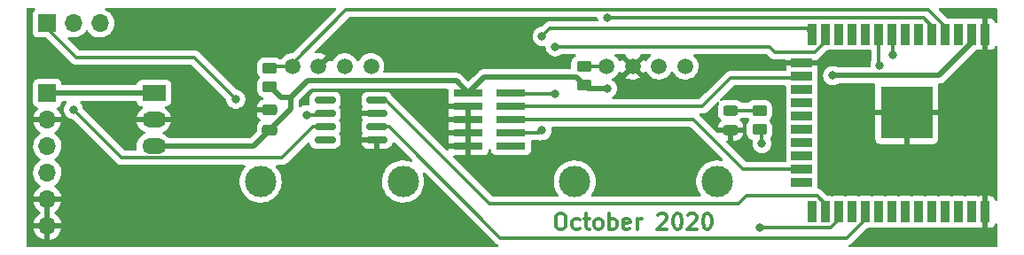
<source format=gbr>
%TF.GenerationSoftware,KiCad,Pcbnew,(5.99.0-3972-g658234715)*%
%TF.CreationDate,2020-10-12T18:33:04-04:00*%
%TF.ProjectId,lamp_refurb,6c616d70-5f72-4656-9675-72622e6b6963,1.0*%
%TF.SameCoordinates,Original*%
%TF.FileFunction,Copper,L1,Top*%
%TF.FilePolarity,Positive*%
%FSLAX46Y46*%
G04 Gerber Fmt 4.6, Leading zero omitted, Abs format (unit mm)*
G04 Created by KiCad (PCBNEW (5.99.0-3972-g658234715)) date 2020-10-12 18:33:04*
%MOMM*%
%LPD*%
G01*
G04 APERTURE LIST*
G04 Aperture macros list*
%AMRoundRect*
0 Rectangle with rounded corners*
0 $1 Rounding radius*
0 $2 $3 $4 $5 $6 $7 $8 $9 X,Y pos of 4 corners*
0 Add a 4 corners polygon primitive as box body*
4,1,4,$2,$3,$4,$5,$6,$7,$8,$9,$2,$3,0*
0 Add four circle primitives for the rounded corners*
1,1,$1+$1,$2,$3,0*
1,1,$1+$1,$4,$5,0*
1,1,$1+$1,$6,$7,0*
1,1,$1+$1,$8,$9,0*
0 Add four rect primitives between the rounded corners*
20,1,$1+$1,$2,$3,$4,$5,0*
20,1,$1+$1,$4,$5,$6,$7,0*
20,1,$1+$1,$6,$7,$8,$9,0*
20,1,$1+$1,$8,$9,$2,$3,0*%
G04 Aperture macros list end*
%ADD10C,0.300000*%
%TA.AperFunction,SMDPad,CuDef*%
%ADD11R,2.795000X0.740000*%
%TD*%
%TA.AperFunction,SMDPad,CuDef*%
%ADD12RoundRect,0.243750X0.456250X-0.243750X0.456250X0.243750X-0.456250X0.243750X-0.456250X-0.243750X0*%
%TD*%
%TA.AperFunction,SMDPad,CuDef*%
%ADD13RoundRect,0.150000X0.825000X0.150000X-0.825000X0.150000X-0.825000X-0.150000X0.825000X-0.150000X0*%
%TD*%
%TA.AperFunction,ComponentPad*%
%ADD14R,2.300000X1.500000*%
%TD*%
%TA.AperFunction,ComponentPad*%
%ADD15O,2.300000X1.500000*%
%TD*%
%TA.AperFunction,ComponentPad*%
%ADD16R,1.700000X1.700000*%
%TD*%
%TA.AperFunction,ComponentPad*%
%ADD17O,1.700000X1.700000*%
%TD*%
%TA.AperFunction,SMDPad,CuDef*%
%ADD18RoundRect,0.250000X-0.450000X0.262500X-0.450000X-0.262500X0.450000X-0.262500X0.450000X0.262500X0*%
%TD*%
%TA.AperFunction,SMDPad,CuDef*%
%ADD19R,0.900000X2.000000*%
%TD*%
%TA.AperFunction,SMDPad,CuDef*%
%ADD20R,2.000000X0.900000*%
%TD*%
%TA.AperFunction,SMDPad,CuDef*%
%ADD21R,5.000000X5.000000*%
%TD*%
%TA.AperFunction,SMDPad,CuDef*%
%ADD22RoundRect,0.250000X0.450000X-0.262500X0.450000X0.262500X-0.450000X0.262500X-0.450000X-0.262500X0*%
%TD*%
%TA.AperFunction,SMDPad,CuDef*%
%ADD23RoundRect,0.250000X0.475000X-0.250000X0.475000X0.250000X-0.475000X0.250000X-0.475000X-0.250000X0*%
%TD*%
%TA.AperFunction,ComponentPad*%
%ADD24C,1.500000*%
%TD*%
%TA.AperFunction,ComponentPad*%
%ADD25C,3.000000*%
%TD*%
%TA.AperFunction,ViaPad*%
%ADD26C,0.800000*%
%TD*%
%TA.AperFunction,ViaPad*%
%ADD27C,1.524000*%
%TD*%
%TA.AperFunction,Conductor*%
%ADD28C,0.355600*%
%TD*%
%TA.AperFunction,Conductor*%
%ADD29C,0.508000*%
%TD*%
G04 APERTURE END LIST*
D10*
X113642857Y-116928571D02*
X113928571Y-116928571D01*
X114071428Y-117000000D01*
X114214285Y-117142857D01*
X114285714Y-117428571D01*
X114285714Y-117928571D01*
X114214285Y-118214285D01*
X114071428Y-118357142D01*
X113928571Y-118428571D01*
X113642857Y-118428571D01*
X113500000Y-118357142D01*
X113357142Y-118214285D01*
X113285714Y-117928571D01*
X113285714Y-117428571D01*
X113357142Y-117142857D01*
X113500000Y-117000000D01*
X113642857Y-116928571D01*
X115571428Y-118357142D02*
X115428571Y-118428571D01*
X115142857Y-118428571D01*
X115000000Y-118357142D01*
X114928571Y-118285714D01*
X114857142Y-118142857D01*
X114857142Y-117714285D01*
X114928571Y-117571428D01*
X115000000Y-117500000D01*
X115142857Y-117428571D01*
X115428571Y-117428571D01*
X115571428Y-117500000D01*
X116000000Y-117428571D02*
X116571428Y-117428571D01*
X116214285Y-116928571D02*
X116214285Y-118214285D01*
X116285714Y-118357142D01*
X116428571Y-118428571D01*
X116571428Y-118428571D01*
X117285714Y-118428571D02*
X117142857Y-118357142D01*
X117071428Y-118285714D01*
X117000000Y-118142857D01*
X117000000Y-117714285D01*
X117071428Y-117571428D01*
X117142857Y-117500000D01*
X117285714Y-117428571D01*
X117500000Y-117428571D01*
X117642857Y-117500000D01*
X117714285Y-117571428D01*
X117785714Y-117714285D01*
X117785714Y-118142857D01*
X117714285Y-118285714D01*
X117642857Y-118357142D01*
X117500000Y-118428571D01*
X117285714Y-118428571D01*
X118428571Y-118428571D02*
X118428571Y-116928571D01*
X118428571Y-117500000D02*
X118571428Y-117428571D01*
X118857142Y-117428571D01*
X119000000Y-117500000D01*
X119071428Y-117571428D01*
X119142857Y-117714285D01*
X119142857Y-118142857D01*
X119071428Y-118285714D01*
X119000000Y-118357142D01*
X118857142Y-118428571D01*
X118571428Y-118428571D01*
X118428571Y-118357142D01*
X120357142Y-118357142D02*
X120214285Y-118428571D01*
X119928571Y-118428571D01*
X119785714Y-118357142D01*
X119714285Y-118214285D01*
X119714285Y-117642857D01*
X119785714Y-117500000D01*
X119928571Y-117428571D01*
X120214285Y-117428571D01*
X120357142Y-117500000D01*
X120428571Y-117642857D01*
X120428571Y-117785714D01*
X119714285Y-117928571D01*
X121071428Y-118428571D02*
X121071428Y-117428571D01*
X121071428Y-117714285D02*
X121142857Y-117571428D01*
X121214285Y-117500000D01*
X121357142Y-117428571D01*
X121500000Y-117428571D01*
X123071428Y-117071428D02*
X123142857Y-117000000D01*
X123285714Y-116928571D01*
X123642857Y-116928571D01*
X123785714Y-117000000D01*
X123857142Y-117071428D01*
X123928571Y-117214285D01*
X123928571Y-117357142D01*
X123857142Y-117571428D01*
X123000000Y-118428571D01*
X123928571Y-118428571D01*
X124857142Y-116928571D02*
X125000000Y-116928571D01*
X125142857Y-117000000D01*
X125214285Y-117071428D01*
X125285714Y-117214285D01*
X125357142Y-117500000D01*
X125357142Y-117857142D01*
X125285714Y-118142857D01*
X125214285Y-118285714D01*
X125142857Y-118357142D01*
X125000000Y-118428571D01*
X124857142Y-118428571D01*
X124714285Y-118357142D01*
X124642857Y-118285714D01*
X124571428Y-118142857D01*
X124500000Y-117857142D01*
X124500000Y-117500000D01*
X124571428Y-117214285D01*
X124642857Y-117071428D01*
X124714285Y-117000000D01*
X124857142Y-116928571D01*
X125928571Y-117071428D02*
X126000000Y-117000000D01*
X126142857Y-116928571D01*
X126500000Y-116928571D01*
X126642857Y-117000000D01*
X126714285Y-117071428D01*
X126785714Y-117214285D01*
X126785714Y-117357142D01*
X126714285Y-117571428D01*
X125857142Y-118428571D01*
X126785714Y-118428571D01*
X127714285Y-116928571D02*
X127857142Y-116928571D01*
X128000000Y-117000000D01*
X128071428Y-117071428D01*
X128142857Y-117214285D01*
X128214285Y-117500000D01*
X128214285Y-117857142D01*
X128142857Y-118142857D01*
X128071428Y-118285714D01*
X128000000Y-118357142D01*
X127857142Y-118428571D01*
X127714285Y-118428571D01*
X127571428Y-118357142D01*
X127500000Y-118285714D01*
X127428571Y-118142857D01*
X127357142Y-117857142D01*
X127357142Y-117500000D01*
X127428571Y-117214285D01*
X127500000Y-117071428D01*
X127571428Y-117000000D01*
X127714285Y-116928571D01*
D11*
%TO.P,J1,1,Pin_1*%
%TO.N,/3.3V*%
X104967500Y-105410000D03*
%TO.P,J1,2,Pin_2*%
%TO.N,/TMS*%
X109032500Y-105410000D03*
%TO.P,J1,3,Pin_3*%
%TO.N,GND*%
X104967500Y-106680000D03*
%TO.P,J1,4,Pin_4*%
%TO.N,/TCK*%
X109032500Y-106680000D03*
%TO.P,J1,5,Pin_5*%
%TO.N,GND*%
X104967500Y-107950000D03*
%TO.P,J1,6,Pin_6*%
%TO.N,/TDO*%
X109032500Y-107950000D03*
%TO.P,J1,7,Pin_7*%
%TO.N,GND*%
X104967500Y-109220000D03*
%TO.P,J1,8,Pin_8*%
%TO.N,/TDI*%
X109032500Y-109220000D03*
%TO.P,J1,9,Pin_9*%
%TO.N,GND*%
X104967500Y-110490000D03*
%TO.P,J1,10,Pin_10*%
%TO.N,N/C*%
X109032500Y-110490000D03*
%TD*%
D12*
%TO.P,D1,1,K*%
%TO.N,GND*%
X130000000Y-108937500D03*
%TO.P,D1,2,A*%
%TO.N,Net-(D1-Pad2)*%
X130000000Y-107062500D03*
%TD*%
D13*
%TO.P,Q1,1,E1*%
%TO.N,GND*%
X96225000Y-109905000D03*
%TO.P,Q1,2,B1*%
%TO.N,Net-(Q1-Pad2)*%
X96225000Y-108635000D03*
%TO.P,Q1,3,E2*%
%TO.N,GND*%
X96225000Y-107365000D03*
%TO.P,Q1,4,B2*%
%TO.N,Net-(Q1-Pad4)*%
X96225000Y-106095000D03*
%TO.P,Q1,5*%
%TO.N,N/C*%
X91275000Y-106095000D03*
%TO.P,Q1,6,C2*%
%TO.N,/warm*%
X91275000Y-107365000D03*
%TO.P,Q1,7,C1*%
%TO.N,/cold*%
X91275000Y-108635000D03*
%TO.P,Q1,8*%
%TO.N,N/C*%
X91275000Y-109905000D03*
%TD*%
D14*
%TO.P,U3,1,IN*%
%TO.N,/12V*%
X74930000Y-105410000D03*
D15*
%TO.P,U3,2,GND*%
%TO.N,GND*%
X74930000Y-107950000D03*
%TO.P,U3,3,OUT*%
%TO.N,/3.3V*%
X74930000Y-110490000D03*
%TD*%
D16*
%TO.P,J2,1,Pin_1*%
%TO.N,/warm*%
X64710000Y-98750000D03*
D17*
%TO.P,J2,2,Pin_2*%
%TO.N,/cold*%
X67250000Y-98750000D03*
%TO.P,J2,3,Pin_3*%
%TO.N,/12V*%
X69790000Y-98750000D03*
%TD*%
D18*
%TO.P,R4,1*%
%TO.N,Net-(D1-Pad2)*%
X132750000Y-107087500D03*
%TO.P,R4,2*%
%TO.N,/LED*%
X132750000Y-108912500D03*
%TD*%
D19*
%TO.P,U1,1,GND*%
%TO.N,GND*%
X154315000Y-99780000D03*
%TO.P,U1,2,VDD*%
%TO.N,/3.3V*%
X153045000Y-99780000D03*
%TO.P,U1,3,EN*%
%TO.N,N/C*%
X151775000Y-99780000D03*
%TO.P,U1,4,SENSOR_VP*%
%TO.N,/level1*%
X150505000Y-99780000D03*
%TO.P,U1,5,SENSOR_VN*%
%TO.N,/level2*%
X149235000Y-99780000D03*
%TO.P,U1,6,IO34*%
%TO.N,N/C*%
X147965000Y-99780000D03*
%TO.P,U1,7,IO35*%
X146695000Y-99780000D03*
%TO.P,U1,8,IO32*%
%TO.N,/BTN_1*%
X145425000Y-99780000D03*
%TO.P,U1,9,IO33*%
%TO.N,/BTN_2*%
X144155000Y-99780000D03*
%TO.P,U1,10,IO25*%
%TO.N,N/C*%
X142885000Y-99780000D03*
%TO.P,U1,11,IO26*%
X141615000Y-99780000D03*
%TO.P,U1,12,IO27*%
X140345000Y-99780000D03*
%TO.P,U1,13,IO14*%
%TO.N,/TMS*%
X139075000Y-99780000D03*
%TO.P,U1,14,IO12*%
%TO.N,/TDI*%
X137805000Y-99780000D03*
D20*
%TO.P,U1,15,GND*%
%TO.N,GND*%
X136805000Y-102565000D03*
%TO.P,U1,16,IO13*%
%TO.N,/TCK*%
X136805000Y-103835000D03*
%TO.P,U1,17,SHD/SD2*%
%TO.N,N/C*%
X136805000Y-105105000D03*
%TO.P,U1,18,SWP/SD3*%
X136805000Y-106375000D03*
%TO.P,U1,19,SCS/CMD*%
X136805000Y-107645000D03*
%TO.P,U1,20,SCK/CLK*%
X136805000Y-108915000D03*
%TO.P,U1,21,SDO/SD0*%
X136805000Y-110185000D03*
%TO.P,U1,22,SDI/SD1*%
X136805000Y-111455000D03*
%TO.P,U1,23,IO15*%
%TO.N,/TDO*%
X136805000Y-112725000D03*
%TO.P,U1,24,IO2*%
%TO.N,N/C*%
X136805000Y-113995000D03*
D19*
%TO.P,U1,25,IO0*%
X137805000Y-116780000D03*
%TO.P,U1,26,IO4*%
%TO.N,Net-(Q1-Pad4)*%
X139075000Y-116780000D03*
%TO.P,U1,27,IO16*%
%TO.N,/LED*%
X140345000Y-116780000D03*
%TO.P,U1,28,IO17*%
%TO.N,N/C*%
X141615000Y-116780000D03*
%TO.P,U1,29,IO5*%
%TO.N,Net-(Q1-Pad2)*%
X142885000Y-116780000D03*
%TO.P,U1,30,IO18*%
%TO.N,N/C*%
X144155000Y-116780000D03*
%TO.P,U1,31,IO19*%
X145425000Y-116780000D03*
%TO.P,U1,32,NC*%
X146695000Y-116780000D03*
%TO.P,U1,33,IO21*%
X147965000Y-116780000D03*
%TO.P,U1,34,RXD0/IO3*%
X149235000Y-116780000D03*
%TO.P,U1,35,TXD0/IO1*%
X150505000Y-116780000D03*
%TO.P,U1,36,IO22*%
X151775000Y-116780000D03*
%TO.P,U1,37,IO23*%
X153045000Y-116780000D03*
%TO.P,U1,38,GND*%
%TO.N,GND*%
X154315000Y-116780000D03*
D21*
%TO.P,U1,39,GND*%
X146815000Y-107280000D03*
%TD*%
D22*
%TO.P,R1,1*%
%TO.N,/3.3V*%
X86000000Y-104841594D03*
%TO.P,R1,2*%
%TO.N,/level1*%
X86000000Y-103016594D03*
%TD*%
D16*
%TO.P,J3,1,Pin_1*%
%TO.N,/12V*%
X64750000Y-105420000D03*
D17*
%TO.P,J3,2,Pin_2*%
%TO.N,GND*%
X64750000Y-107960000D03*
%TO.P,J3,3,Pin_3*%
%TO.N,/BTN_1*%
X64750000Y-110500000D03*
%TO.P,J3,4,Pin_4*%
%TO.N,/BTN_2*%
X64750000Y-113040000D03*
%TO.P,J3,5,Pin_5*%
%TO.N,GND*%
X64750000Y-115580000D03*
%TO.P,J3,6,Pin_6*%
X64750000Y-118120000D03*
%TD*%
D22*
%TO.P,R2,1*%
%TO.N,/3.3V*%
X116000000Y-104668341D03*
%TO.P,R2,2*%
%TO.N,/level2*%
X116000000Y-102843341D03*
%TD*%
D23*
%TO.P,C1,1*%
%TO.N,/3.3V*%
X86000000Y-108950000D03*
%TO.P,C1,2*%
%TO.N,GND*%
X86000000Y-107050000D03*
%TD*%
D24*
%TO.P,RV2,1,1*%
%TO.N,/level2*%
X118170000Y-102870000D03*
%TO.P,RV2,2,2*%
%TO.N,GND*%
X120670000Y-102870000D03*
%TO.P,RV2,3,3*%
%TO.N,N/C*%
X123170000Y-102870000D03*
%TO.P,RV2,4*%
X125670000Y-102870000D03*
D25*
%TO.P,RV2,5*%
X115120000Y-113870000D03*
%TO.P,RV2,6*%
X128720000Y-113870000D03*
%TD*%
D24*
%TO.P,RV1,1,1*%
%TO.N,/level1*%
X88170000Y-102870000D03*
%TO.P,RV1,2,2*%
%TO.N,GND*%
X90670000Y-102870000D03*
%TO.P,RV1,3,3*%
%TO.N,N/C*%
X93170000Y-102870000D03*
%TO.P,RV1,4*%
X95670000Y-102870000D03*
D25*
%TO.P,RV1,5*%
X85120000Y-113870000D03*
%TO.P,RV1,6*%
X98720000Y-113870000D03*
%TD*%
D26*
%TO.N,/warm*%
X89500000Y-107500000D03*
%TO.N,/3.3V*%
X118250000Y-105000000D03*
%TO.N,/warm*%
X82750000Y-106000000D03*
%TO.N,/cold*%
X67250000Y-107000000D03*
%TO.N,/BTN_2*%
X144250000Y-102750000D03*
%TO.N,/3.3V*%
X139750000Y-103750000D03*
%TO.N,/BTN_1*%
X145500000Y-101750000D03*
%TO.N,GND*%
X128250000Y-107750000D03*
D27*
X146750000Y-107250000D03*
D26*
%TO.N,/TDI*%
X112000000Y-100000000D03*
X112000000Y-109000000D03*
%TO.N,/TMS*%
X113250000Y-105500000D03*
X113250000Y-101000000D03*
%TO.N,/level2*%
X118250000Y-98250000D03*
%TO.N,/LED*%
X132750000Y-118250000D03*
X133000000Y-110250000D03*
%TD*%
D28*
%TO.N,Net-(Q1-Pad4)*%
X96225000Y-106095000D02*
X97095000Y-106095000D01*
X97095000Y-106095000D02*
X98404182Y-107404182D01*
%TO.N,Net-(Q1-Pad2)*%
X98500000Y-109750000D02*
X97385000Y-108635000D01*
X97385000Y-108635000D02*
X96225000Y-108635000D01*
%TO.N,/cold*%
X88250000Y-110500000D02*
X90115000Y-108635000D01*
X90115000Y-108635000D02*
X91275000Y-108635000D01*
X88250000Y-110500000D02*
X87132190Y-111617810D01*
X87132190Y-111617810D02*
X71867810Y-111617810D01*
X71867810Y-111617810D02*
X67250000Y-107000000D01*
%TO.N,/warm*%
X89500000Y-107500000D02*
X91140000Y-107500000D01*
X91140000Y-107500000D02*
X91275000Y-107365000D01*
%TO.N,Net-(Q1-Pad2)*%
X142885000Y-116780000D02*
X142885000Y-117494306D01*
X142885000Y-117494306D02*
X141129306Y-119250000D01*
X141129306Y-119250000D02*
X108000000Y-119250000D01*
X108000000Y-119250000D02*
X98500000Y-109750000D01*
D29*
%TO.N,/3.3V*%
X88000000Y-105825000D02*
X89575000Y-104250000D01*
X89575000Y-104250000D02*
X103807500Y-104250000D01*
X103807500Y-104250000D02*
X104967500Y-105410000D01*
D28*
%TO.N,/cold*%
X91309420Y-108685767D02*
X91321005Y-108674182D01*
X91245187Y-108750000D02*
X91321005Y-108674182D01*
%TO.N,Net-(Q1-Pad4)*%
X139075000Y-116780000D02*
X139075000Y-116065694D01*
X139075000Y-116065694D02*
X138259306Y-115250000D01*
X138259306Y-115250000D02*
X131500000Y-115250000D01*
X131500000Y-115250000D02*
X130750000Y-116000000D01*
X130750000Y-116000000D02*
X107000000Y-116000000D01*
X107000000Y-116000000D02*
X98404182Y-107404182D01*
D29*
%TO.N,/3.3V*%
X118250000Y-105000000D02*
X116331659Y-105000000D01*
X116331659Y-105000000D02*
X116000000Y-104668341D01*
D28*
%TO.N,/TMS*%
X139075000Y-99780000D02*
X139075000Y-100494306D01*
X133750000Y-101000000D02*
X113250000Y-101000000D01*
X139075000Y-100494306D02*
X138069306Y-101500000D01*
X134250000Y-101500000D02*
X133750000Y-101000000D01*
X138069306Y-101500000D02*
X134250000Y-101500000D01*
%TO.N,/warm*%
X64710000Y-98750000D02*
X64710000Y-99210000D01*
X64710000Y-99210000D02*
X67500000Y-102000000D01*
X67500000Y-102000000D02*
X78750000Y-102000000D01*
X78750000Y-102000000D02*
X82750000Y-106000000D01*
D29*
%TO.N,/3.3V*%
X86000000Y-104841594D02*
X86091594Y-104841594D01*
X86091594Y-104841594D02*
X87075000Y-105825000D01*
X87075000Y-105825000D02*
X88000000Y-105825000D01*
D28*
%TO.N,/BTN_2*%
X144250000Y-102750000D02*
X144155000Y-102655000D01*
X144155000Y-102655000D02*
X144155000Y-99780000D01*
X144155000Y-100211462D02*
X144155000Y-99780000D01*
D29*
%TO.N,/3.3V*%
X139750000Y-103750000D02*
X149897068Y-103750000D01*
X149897068Y-103750000D02*
X153045000Y-100602068D01*
X153045000Y-100602068D02*
X153045000Y-99780000D01*
D28*
%TO.N,/BTN_1*%
X145500000Y-101750000D02*
X145500000Y-99855000D01*
X145500000Y-99855000D02*
X145425000Y-99780000D01*
D29*
%TO.N,/12V*%
X64750000Y-105420000D02*
X64760000Y-105410000D01*
X64760000Y-105410000D02*
X74930000Y-105410000D01*
D28*
%TO.N,/TDI*%
X111750000Y-109250000D02*
X109062500Y-109250000D01*
X137275000Y-99250000D02*
X112750000Y-99250000D01*
X112000000Y-109000000D02*
X111750000Y-109250000D01*
X137805000Y-99780000D02*
X137275000Y-99250000D01*
X112750000Y-99250000D02*
X112000000Y-100000000D01*
X109062500Y-109250000D02*
X109032500Y-109220000D01*
%TO.N,/TDO*%
X131225000Y-112725000D02*
X136805000Y-112725000D01*
X126450000Y-107950000D02*
X131225000Y-112725000D01*
X109032500Y-107950000D02*
X126450000Y-107950000D01*
%TO.N,/TCK*%
X136642199Y-103997801D02*
X130002199Y-103997801D01*
X130002199Y-103997801D02*
X127320000Y-106680000D01*
X127320000Y-106680000D02*
X109032500Y-106680000D01*
X136805000Y-103835000D02*
X136642199Y-103997801D01*
%TO.N,/TMS*%
X109122500Y-105500000D02*
X109032500Y-105410000D01*
X113250000Y-105500000D02*
X109122500Y-105500000D01*
D29*
%TO.N,/3.3V*%
X88000000Y-105825000D02*
X88000000Y-106950000D01*
X116000000Y-104668341D02*
X115244159Y-103912500D01*
X84460000Y-110490000D02*
X86000000Y-108950000D01*
X115244159Y-103912500D02*
X106465000Y-103912500D01*
X106465000Y-103912500D02*
X104967500Y-105410000D01*
X74930000Y-110490000D02*
X84460000Y-110490000D01*
X88000000Y-106950000D02*
X86000000Y-108950000D01*
D28*
%TO.N,/level1*%
X86146594Y-102870000D02*
X88170000Y-102870000D01*
X148911505Y-97472199D02*
X93277801Y-97472199D01*
X150505000Y-99065694D02*
X148911505Y-97472199D01*
X93277801Y-97472199D02*
X88170000Y-102580000D01*
X88170000Y-102580000D02*
X88170000Y-102870000D01*
X86000000Y-103016594D02*
X86146594Y-102870000D01*
X150505000Y-99780000D02*
X150505000Y-99065694D01*
%TO.N,/level2*%
X116000000Y-102843341D02*
X118143341Y-102843341D01*
X149235000Y-99780000D02*
X149235000Y-99065694D01*
X148419306Y-98250000D02*
X118250000Y-98250000D01*
X149235000Y-99065694D02*
X148419306Y-98250000D01*
X118143341Y-102843341D02*
X118170000Y-102870000D01*
%TO.N,Net-(D1-Pad2)*%
X130000000Y-107062500D02*
X132975000Y-107062500D01*
X132975000Y-107062500D02*
X133000000Y-107087500D01*
%TO.N,/LED*%
X140345000Y-117494306D02*
X139589306Y-118250000D01*
X140345000Y-116780000D02*
X140345000Y-117494306D01*
X139589306Y-118250000D02*
X132750000Y-118250000D01*
X133000000Y-110250000D02*
X133000000Y-108912500D01*
%TD*%
%TA.AperFunction,Conductor*%
%TO.N,GND*%
G36*
X63557982Y-97278502D02*
G01*
X63604475Y-97332158D01*
X63614579Y-97402432D01*
X63585085Y-97467012D01*
X63557981Y-97490498D01*
X63540563Y-97501692D01*
X63524056Y-97512300D01*
X63518155Y-97519111D01*
X63518153Y-97519112D01*
X63434338Y-97615840D01*
X63434336Y-97615843D01*
X63428437Y-97622651D01*
X63424695Y-97630845D01*
X63424693Y-97630848D01*
X63379790Y-97729173D01*
X63367780Y-97755471D01*
X63366498Y-97764388D01*
X63348139Y-97892080D01*
X63347000Y-97900000D01*
X63347000Y-99600000D01*
X63393359Y-99813108D01*
X63399455Y-99822593D01*
X63399455Y-99822594D01*
X63409695Y-99838528D01*
X63472300Y-99935944D01*
X63479111Y-99941845D01*
X63479112Y-99941847D01*
X63575840Y-100025662D01*
X63575843Y-100025664D01*
X63582651Y-100031563D01*
X63590845Y-100035305D01*
X63590848Y-100035307D01*
X63675404Y-100073922D01*
X63715471Y-100092220D01*
X63724388Y-100093502D01*
X63855554Y-100112361D01*
X63855557Y-100112361D01*
X63860000Y-100113000D01*
X64590236Y-100113000D01*
X64679331Y-100149905D01*
X65839489Y-101310064D01*
X66995225Y-102465800D01*
X67001078Y-102472065D01*
X67037430Y-102513736D01*
X67087985Y-102549267D01*
X67093270Y-102553192D01*
X67141888Y-102591313D01*
X67148810Y-102594438D01*
X67152893Y-102596911D01*
X67162867Y-102602601D01*
X67167109Y-102604875D01*
X67173326Y-102609245D01*
X67230880Y-102631684D01*
X67236962Y-102634241D01*
X67286351Y-102656542D01*
X67286355Y-102656543D01*
X67293273Y-102659667D01*
X67300737Y-102661051D01*
X67305289Y-102662477D01*
X67316367Y-102665633D01*
X67321007Y-102666824D01*
X67328081Y-102669582D01*
X67376358Y-102675938D01*
X67389332Y-102677646D01*
X67395845Y-102678678D01*
X67449123Y-102688552D01*
X67449125Y-102688552D01*
X67456592Y-102689936D01*
X67464172Y-102689499D01*
X67464173Y-102689499D01*
X67496566Y-102687631D01*
X67516025Y-102686509D01*
X67523276Y-102686300D01*
X78413536Y-102686300D01*
X78502631Y-102723205D01*
X80162076Y-104382651D01*
X81811652Y-106032227D01*
X81847867Y-106108151D01*
X81854829Y-106174386D01*
X81856462Y-106189927D01*
X81858502Y-106196205D01*
X81858502Y-106196206D01*
X81883221Y-106272284D01*
X81915476Y-106371554D01*
X82010963Y-106536942D01*
X82015381Y-106541849D01*
X82015382Y-106541850D01*
X82132177Y-106671564D01*
X82138749Y-106678863D01*
X82144091Y-106682744D01*
X82144093Y-106682746D01*
X82278828Y-106780636D01*
X82293250Y-106791114D01*
X82299278Y-106793798D01*
X82299280Y-106793799D01*
X82461682Y-106866105D01*
X82467713Y-106868790D01*
X82561113Y-106888643D01*
X82648056Y-106907124D01*
X82648061Y-106907124D01*
X82654513Y-106908496D01*
X82845487Y-106908496D01*
X82851939Y-106907124D01*
X82851944Y-106907124D01*
X82938887Y-106888643D01*
X83032287Y-106868790D01*
X83038318Y-106866105D01*
X83200720Y-106793799D01*
X83200722Y-106793798D01*
X83206750Y-106791114D01*
X83221172Y-106780636D01*
X83355907Y-106682746D01*
X83355909Y-106682744D01*
X83361251Y-106678863D01*
X83367823Y-106671564D01*
X83484618Y-106541850D01*
X83484619Y-106541849D01*
X83489037Y-106536942D01*
X83584524Y-106371554D01*
X83616779Y-106272284D01*
X83641498Y-106196206D01*
X83641498Y-106196205D01*
X83643538Y-106189927D01*
X83645172Y-106174386D01*
X83662810Y-106006565D01*
X83663500Y-106000000D01*
X83661618Y-105982095D01*
X83644228Y-105816637D01*
X83644228Y-105816636D01*
X83643538Y-105810073D01*
X83638950Y-105795951D01*
X83586566Y-105634731D01*
X83584524Y-105628446D01*
X83489037Y-105463058D01*
X83468874Y-105440664D01*
X83365673Y-105326048D01*
X83365672Y-105326047D01*
X83361251Y-105321137D01*
X83355909Y-105317256D01*
X83355907Y-105317254D01*
X83212092Y-105212767D01*
X83212091Y-105212766D01*
X83206750Y-105208886D01*
X83200722Y-105206202D01*
X83200720Y-105206201D01*
X83038318Y-105133895D01*
X83038317Y-105133895D01*
X83032287Y-105131210D01*
X82845487Y-105091504D01*
X82845915Y-105089491D01*
X82777380Y-105056805D01*
X79254789Y-101534216D01*
X79248935Y-101527950D01*
X79217564Y-101491989D01*
X79212570Y-101486264D01*
X79162000Y-101450722D01*
X79156707Y-101446791D01*
X79120209Y-101418172D01*
X79108112Y-101408687D01*
X79101188Y-101405561D01*
X79097079Y-101403072D01*
X79087079Y-101397368D01*
X79082881Y-101395117D01*
X79076674Y-101390755D01*
X79019100Y-101368307D01*
X79013036Y-101365759D01*
X78956726Y-101340334D01*
X78949263Y-101338951D01*
X78944701Y-101337521D01*
X78933607Y-101334361D01*
X78928997Y-101333177D01*
X78921919Y-101330418D01*
X78881597Y-101325110D01*
X78860666Y-101322354D01*
X78854150Y-101321322D01*
X78800874Y-101311448D01*
X78793407Y-101310064D01*
X78785828Y-101310501D01*
X78785827Y-101310501D01*
X78733982Y-101313491D01*
X78726728Y-101313700D01*
X67836464Y-101313700D01*
X67747369Y-101276795D01*
X66734459Y-100263885D01*
X66700433Y-100201573D01*
X66705498Y-100130758D01*
X66748045Y-100073922D01*
X66814565Y-100049111D01*
X66851788Y-100051995D01*
X67057952Y-100099402D01*
X67063282Y-100099705D01*
X67063284Y-100099705D01*
X67213385Y-100108229D01*
X67288057Y-100112469D01*
X67293364Y-100111869D01*
X67293366Y-100111869D01*
X67414229Y-100098205D01*
X67517075Y-100086578D01*
X67522190Y-100085097D01*
X67522194Y-100085096D01*
X67733333Y-100023954D01*
X67733338Y-100023952D01*
X67738456Y-100022470D01*
X67945870Y-99921979D01*
X68062648Y-99838528D01*
X68129041Y-99791083D01*
X68129043Y-99791081D01*
X68133387Y-99787977D01*
X68295646Y-99624296D01*
X68417687Y-99450327D01*
X68473183Y-99406047D01*
X68543809Y-99398800D01*
X68607141Y-99430886D01*
X68631516Y-99462469D01*
X68652102Y-99500305D01*
X68655402Y-99504491D01*
X68791486Y-99677113D01*
X68791490Y-99677117D01*
X68794789Y-99681302D01*
X68965931Y-99835670D01*
X69160637Y-99958996D01*
X69373337Y-100047752D01*
X69378540Y-100048949D01*
X69378545Y-100048950D01*
X69443026Y-100063777D01*
X69597952Y-100099402D01*
X69603282Y-100099705D01*
X69603284Y-100099705D01*
X69753385Y-100108229D01*
X69828057Y-100112469D01*
X69833364Y-100111869D01*
X69833366Y-100111869D01*
X69954229Y-100098205D01*
X70057075Y-100086578D01*
X70062190Y-100085097D01*
X70062194Y-100085096D01*
X70273333Y-100023954D01*
X70273338Y-100023952D01*
X70278456Y-100022470D01*
X70485870Y-99921979D01*
X70602648Y-99838528D01*
X70669041Y-99791083D01*
X70669043Y-99791081D01*
X70673387Y-99787977D01*
X70835646Y-99624296D01*
X70968007Y-99435616D01*
X71066684Y-99227333D01*
X71128858Y-99005401D01*
X71152227Y-98781177D01*
X71152442Y-98779116D01*
X71152443Y-98779107D01*
X71152749Y-98776166D01*
X71153000Y-98750000D01*
X71149105Y-98704089D01*
X71139379Y-98589475D01*
X71133514Y-98520349D01*
X71115681Y-98451640D01*
X71076952Y-98302427D01*
X71075612Y-98297264D01*
X70980952Y-98087125D01*
X70852238Y-97895939D01*
X70693151Y-97729173D01*
X70508241Y-97591596D01*
X70503490Y-97589180D01*
X70503486Y-97589178D01*
X70342691Y-97507426D01*
X70321825Y-97496817D01*
X70270167Y-97448114D01*
X70253041Y-97379214D01*
X70275883Y-97311992D01*
X70331442Y-97267791D01*
X70378930Y-97258500D01*
X92216735Y-97258500D01*
X92284856Y-97278502D01*
X92331349Y-97332158D01*
X92341453Y-97402432D01*
X92305830Y-97473595D01*
X88207910Y-101571517D01*
X88130037Y-101605218D01*
X88130328Y-101607623D01*
X87907408Y-101634600D01*
X87902046Y-101636250D01*
X87902044Y-101636250D01*
X87820311Y-101661394D01*
X87692787Y-101700625D01*
X87493251Y-101803614D01*
X87315106Y-101940309D01*
X87163983Y-102106391D01*
X87158414Y-102115269D01*
X87152524Y-102124658D01*
X87099380Y-102171735D01*
X87045788Y-102183700D01*
X87008640Y-102183700D01*
X86939402Y-102162971D01*
X86938651Y-102162477D01*
X86794678Y-102067784D01*
X86627113Y-102006796D01*
X86619828Y-102005944D01*
X86619826Y-102005944D01*
X86504968Y-101992519D01*
X86492777Y-101991094D01*
X85492851Y-101991094D01*
X85456976Y-101994233D01*
X85423036Y-101997202D01*
X85423034Y-101997202D01*
X85416638Y-101997762D01*
X85378078Y-102009306D01*
X85252845Y-102046798D01*
X85252844Y-102046799D01*
X85245811Y-102048904D01*
X85091382Y-102138063D01*
X85086041Y-102143102D01*
X84967017Y-102255395D01*
X84967013Y-102255399D01*
X84961678Y-102260433D01*
X84957643Y-102266567D01*
X84957642Y-102266569D01*
X84887823Y-102372723D01*
X84863690Y-102409416D01*
X84802702Y-102576981D01*
X84787000Y-102711317D01*
X84787000Y-103336243D01*
X84788964Y-103358694D01*
X84792821Y-103402771D01*
X84793668Y-103412456D01*
X84813664Y-103479249D01*
X84841825Y-103573311D01*
X84844810Y-103583283D01*
X84861087Y-103611475D01*
X84924796Y-103721823D01*
X84933969Y-103737712D01*
X84939005Y-103743049D01*
X84939011Y-103743058D01*
X85034117Y-103843864D01*
X85066315Y-103907139D01*
X85059193Y-103977778D01*
X85028935Y-104021979D01*
X84967017Y-104080395D01*
X84967013Y-104080399D01*
X84961678Y-104085433D01*
X84957643Y-104091567D01*
X84957642Y-104091569D01*
X84901173Y-104177426D01*
X84863690Y-104234416D01*
X84802702Y-104401981D01*
X84801850Y-104409266D01*
X84801850Y-104409268D01*
X84796137Y-104458150D01*
X84787000Y-104536317D01*
X84787000Y-105161243D01*
X84793668Y-105237456D01*
X84795509Y-105243605D01*
X84831933Y-105365269D01*
X84844810Y-105408283D01*
X84848482Y-105414643D01*
X84929517Y-105555000D01*
X84933969Y-105562712D01*
X84939008Y-105568053D01*
X85051301Y-105687077D01*
X85051305Y-105687081D01*
X85056339Y-105692416D01*
X85062473Y-105696451D01*
X85062475Y-105696452D01*
X85190220Y-105780471D01*
X85205322Y-105790404D01*
X85313890Y-105829919D01*
X85371062Y-105872013D01*
X85396400Y-105938334D01*
X85381859Y-106007826D01*
X85306933Y-106069027D01*
X85227845Y-106092704D01*
X85214451Y-106098482D01*
X85072742Y-106180297D01*
X85061041Y-106189008D01*
X84942017Y-106301301D01*
X84932642Y-106312475D01*
X84842727Y-106449184D01*
X84836178Y-106462225D01*
X84780212Y-106615991D01*
X84776850Y-106630174D01*
X84762426Y-106753579D01*
X84762000Y-106760892D01*
X84762000Y-106777885D01*
X84766475Y-106793124D01*
X84767865Y-106794329D01*
X84775548Y-106796000D01*
X86128000Y-106796001D01*
X86196121Y-106816003D01*
X86242614Y-106869659D01*
X86254000Y-106922001D01*
X86253999Y-107178000D01*
X86233997Y-107246121D01*
X86180341Y-107292614D01*
X86127999Y-107304000D01*
X84780115Y-107303999D01*
X84764876Y-107308474D01*
X84763671Y-107309864D01*
X84762000Y-107317547D01*
X84762000Y-107354393D01*
X84762241Y-107359901D01*
X84768108Y-107426964D01*
X84770509Y-107439511D01*
X84817704Y-107597155D01*
X84823482Y-107610549D01*
X84905297Y-107752258D01*
X84914008Y-107763959D01*
X85026301Y-107882983D01*
X85037473Y-107892356D01*
X85041044Y-107894705D01*
X85042947Y-107896949D01*
X85043090Y-107897069D01*
X85043070Y-107897093D01*
X85086965Y-107948852D01*
X85096322Y-108019229D01*
X85058269Y-108091623D01*
X84989675Y-108156339D01*
X84936678Y-108206339D01*
X84932643Y-108212473D01*
X84932642Y-108212475D01*
X84843908Y-108347389D01*
X84838690Y-108355322D01*
X84777702Y-108522887D01*
X84762000Y-108657223D01*
X84762000Y-109057472D01*
X84725096Y-109146567D01*
X84181069Y-109690595D01*
X84091973Y-109727500D01*
X76392724Y-109727500D01*
X76324603Y-109707498D01*
X76292761Y-109678204D01*
X76285439Y-109668661D01*
X76259691Y-109635106D01*
X76093609Y-109483983D01*
X75903390Y-109364659D01*
X75898180Y-109362565D01*
X75898175Y-109362562D01*
X75834801Y-109337086D01*
X75779056Y-109293120D01*
X75755931Y-109225995D01*
X75772768Y-109157023D01*
X75827553Y-109106453D01*
X75967857Y-109039531D01*
X75977472Y-109033845D01*
X76150711Y-108909361D01*
X76159177Y-108902053D01*
X76307632Y-108748860D01*
X76314662Y-108740178D01*
X76433649Y-108563108D01*
X76439030Y-108553319D01*
X76524775Y-108357988D01*
X76528342Y-108347389D01*
X76558537Y-108221617D01*
X76557936Y-108209613D01*
X76541655Y-108204000D01*
X75184002Y-108203999D01*
X75183996Y-108204000D01*
X73311675Y-108203999D01*
X73297693Y-108208104D01*
X73296201Y-108217723D01*
X73296251Y-108217958D01*
X73358976Y-108421852D01*
X73363197Y-108432196D01*
X73461042Y-108621766D01*
X73467027Y-108631197D01*
X73596899Y-108800450D01*
X73604452Y-108808663D01*
X73762245Y-108952244D01*
X73771145Y-108958999D01*
X73951851Y-109072355D01*
X73961825Y-109077438D01*
X74025199Y-109102914D01*
X74080944Y-109146880D01*
X74104069Y-109214005D01*
X74087232Y-109282977D01*
X74032447Y-109333547D01*
X73887081Y-109402883D01*
X73704730Y-109533915D01*
X73641284Y-109599386D01*
X73552897Y-109690595D01*
X73548465Y-109695168D01*
X73521699Y-109735000D01*
X73426351Y-109876892D01*
X73426348Y-109876898D01*
X73423225Y-109881545D01*
X73420972Y-109886677D01*
X73420970Y-109886681D01*
X73347612Y-110053794D01*
X73332968Y-110087154D01*
X73311150Y-110178035D01*
X73284624Y-110288525D01*
X73280549Y-110305497D01*
X73280226Y-110311102D01*
X73269160Y-110503023D01*
X73267623Y-110529672D01*
X73268298Y-110535249D01*
X73290212Y-110716329D01*
X73294600Y-110752592D01*
X73296251Y-110757958D01*
X73296252Y-110757964D01*
X73299482Y-110768463D01*
X73300394Y-110839453D01*
X73262780Y-110899667D01*
X73179052Y-110931510D01*
X72204275Y-110931510D01*
X72115180Y-110894605D01*
X69171890Y-107951316D01*
X68188348Y-106967775D01*
X68152133Y-106891850D01*
X68144228Y-106816638D01*
X68144228Y-106816637D01*
X68143538Y-106810073D01*
X68140881Y-106801894D01*
X68089278Y-106643078D01*
X68084524Y-106628446D01*
X68079963Y-106620545D01*
X68037827Y-106547565D01*
X67989037Y-106463058D01*
X67916780Y-106382809D01*
X67886064Y-106318802D01*
X67894829Y-106248349D01*
X67940292Y-106193818D01*
X68010418Y-106172500D01*
X73168183Y-106172500D01*
X73236304Y-106192502D01*
X73291302Y-106271714D01*
X73313359Y-106373108D01*
X73319455Y-106382593D01*
X73319455Y-106382594D01*
X73380766Y-106477997D01*
X73392300Y-106495944D01*
X73399111Y-106501845D01*
X73399112Y-106501847D01*
X73495840Y-106585662D01*
X73495843Y-106585664D01*
X73502651Y-106591563D01*
X73510845Y-106595305D01*
X73510848Y-106595307D01*
X73615453Y-106643078D01*
X73635471Y-106652220D01*
X73728351Y-106665574D01*
X73779812Y-106672973D01*
X73844393Y-106702466D01*
X73882777Y-106762192D01*
X73882777Y-106833189D01*
X73835407Y-106900014D01*
X73709289Y-106990639D01*
X73700823Y-106997947D01*
X73552368Y-107151140D01*
X73545338Y-107159822D01*
X73426351Y-107336892D01*
X73420970Y-107346681D01*
X73335225Y-107542012D01*
X73331658Y-107552611D01*
X73301463Y-107678383D01*
X73302064Y-107690387D01*
X73318345Y-107696000D01*
X74675998Y-107696001D01*
X74676004Y-107696000D01*
X76548325Y-107696001D01*
X76562307Y-107691896D01*
X76563799Y-107682277D01*
X76563749Y-107682042D01*
X76501024Y-107478148D01*
X76496803Y-107467804D01*
X76398958Y-107278234D01*
X76392973Y-107268803D01*
X76263101Y-107099550D01*
X76255548Y-107091337D01*
X76097755Y-106947756D01*
X76088855Y-106941001D01*
X76029772Y-106903938D01*
X75982694Y-106850795D01*
X75971822Y-106780636D01*
X76000606Y-106715736D01*
X76080127Y-106673584D01*
X76080000Y-106673000D01*
X76082083Y-106672547D01*
X76086599Y-106671564D01*
X76086603Y-106671564D01*
X76282089Y-106629038D01*
X76293108Y-106626641D01*
X76307001Y-106617713D01*
X76408360Y-106552574D01*
X76408361Y-106552574D01*
X76415944Y-106547700D01*
X76425266Y-106536942D01*
X76505662Y-106444160D01*
X76505664Y-106444157D01*
X76511563Y-106437349D01*
X76515305Y-106429155D01*
X76515307Y-106429152D01*
X76568477Y-106312725D01*
X76572220Y-106304529D01*
X76581418Y-106240553D01*
X76592361Y-106164446D01*
X76592361Y-106164443D01*
X76593000Y-106160000D01*
X76593000Y-104660000D01*
X76546641Y-104446892D01*
X76537230Y-104432247D01*
X76472574Y-104331640D01*
X76472574Y-104331639D01*
X76467700Y-104324056D01*
X76459850Y-104317254D01*
X76364160Y-104234338D01*
X76364157Y-104234336D01*
X76357349Y-104228437D01*
X76349155Y-104224695D01*
X76349152Y-104224693D01*
X76232725Y-104171523D01*
X76224529Y-104167780D01*
X76187864Y-104162508D01*
X76084446Y-104147639D01*
X76084443Y-104147639D01*
X76080000Y-104147000D01*
X73780000Y-104147000D01*
X73566892Y-104193359D01*
X73557407Y-104199455D01*
X73557406Y-104199455D01*
X73503005Y-104234416D01*
X73444056Y-104272300D01*
X73438155Y-104279111D01*
X73438153Y-104279112D01*
X73354338Y-104375840D01*
X73354336Y-104375843D01*
X73348437Y-104382651D01*
X73344695Y-104390845D01*
X73344693Y-104390848D01*
X73307881Y-104471456D01*
X73287780Y-104515471D01*
X73284335Y-104539434D01*
X73254843Y-104604012D01*
X73195117Y-104642396D01*
X73159618Y-104647500D01*
X66231396Y-104647500D01*
X66163275Y-104627498D01*
X66108276Y-104548283D01*
X66069038Y-104367911D01*
X66066641Y-104356892D01*
X66055014Y-104338799D01*
X65992574Y-104241640D01*
X65992574Y-104241639D01*
X65987700Y-104234056D01*
X65980888Y-104228153D01*
X65884160Y-104144338D01*
X65884157Y-104144336D01*
X65877349Y-104138437D01*
X65869155Y-104134695D01*
X65869152Y-104134693D01*
X65752725Y-104081523D01*
X65744529Y-104077780D01*
X65707864Y-104072508D01*
X65604446Y-104057639D01*
X65604443Y-104057639D01*
X65600000Y-104057000D01*
X63900000Y-104057000D01*
X63686892Y-104103359D01*
X63677407Y-104109455D01*
X63677406Y-104109455D01*
X63571640Y-104177426D01*
X63564056Y-104182300D01*
X63558155Y-104189111D01*
X63558153Y-104189112D01*
X63474338Y-104285840D01*
X63474336Y-104285843D01*
X63468437Y-104292651D01*
X63464695Y-104300845D01*
X63464693Y-104300848D01*
X63415180Y-104409268D01*
X63407780Y-104425471D01*
X63402508Y-104462136D01*
X63394616Y-104517032D01*
X63387000Y-104570000D01*
X63387000Y-106270000D01*
X63433359Y-106483108D01*
X63439455Y-106492593D01*
X63439455Y-106492594D01*
X63488330Y-106568645D01*
X63512300Y-106605944D01*
X63519111Y-106611845D01*
X63519112Y-106611847D01*
X63615840Y-106695662D01*
X63615843Y-106695664D01*
X63622651Y-106701563D01*
X63630845Y-106705305D01*
X63630848Y-106705307D01*
X63653685Y-106715736D01*
X63755471Y-106762220D01*
X63762394Y-106763215D01*
X63821263Y-106801050D01*
X63850756Y-106865631D01*
X63840651Y-106935905D01*
X63808619Y-106978726D01*
X63776884Y-107006264D01*
X63769464Y-107013895D01*
X63630100Y-107183860D01*
X63624075Y-107192627D01*
X63515342Y-107383644D01*
X63510877Y-107393308D01*
X63435882Y-107599916D01*
X63433111Y-107610184D01*
X63419008Y-107688174D01*
X63420427Y-107701414D01*
X63435062Y-107706000D01*
X66069079Y-107706000D01*
X66080190Y-107702738D01*
X66081741Y-107684992D01*
X66036954Y-107512433D01*
X66033419Y-107502395D01*
X65943147Y-107301998D01*
X65937967Y-107292692D01*
X65815218Y-107110366D01*
X65808557Y-107102080D01*
X65675548Y-106962651D01*
X65643001Y-106899554D01*
X65649732Y-106828877D01*
X65693606Y-106773060D01*
X65739934Y-106752559D01*
X65756378Y-106748982D01*
X65762197Y-106747716D01*
X65802090Y-106739038D01*
X65802091Y-106739038D01*
X65813108Y-106736641D01*
X65826301Y-106728163D01*
X65928360Y-106662574D01*
X65928361Y-106662574D01*
X65935944Y-106657700D01*
X65943936Y-106648477D01*
X66025662Y-106554160D01*
X66025664Y-106554157D01*
X66031563Y-106547349D01*
X66035305Y-106539155D01*
X66035307Y-106539152D01*
X66088477Y-106422725D01*
X66092220Y-106414529D01*
X66093502Y-106405611D01*
X66093504Y-106405605D01*
X66111482Y-106280568D01*
X66140975Y-106215987D01*
X66236199Y-106172500D01*
X66489582Y-106172500D01*
X66557703Y-106192502D01*
X66604196Y-106246158D01*
X66614300Y-106316432D01*
X66583220Y-106382809D01*
X66510963Y-106463058D01*
X66462173Y-106547565D01*
X66420038Y-106620545D01*
X66415476Y-106628446D01*
X66410722Y-106643078D01*
X66359120Y-106801894D01*
X66356462Y-106810073D01*
X66355772Y-106816636D01*
X66355772Y-106816637D01*
X66340390Y-106962987D01*
X66336500Y-107000000D01*
X66337190Y-107006565D01*
X66352695Y-107154082D01*
X66356462Y-107189927D01*
X66358502Y-107196205D01*
X66358502Y-107196206D01*
X66378735Y-107258478D01*
X66415476Y-107371554D01*
X66418779Y-107377276D01*
X66418780Y-107377277D01*
X66427729Y-107392777D01*
X66510963Y-107536942D01*
X66515381Y-107541849D01*
X66515382Y-107541850D01*
X66574596Y-107607614D01*
X66638749Y-107678863D01*
X66644091Y-107682744D01*
X66644093Y-107682746D01*
X66787908Y-107787233D01*
X66793250Y-107791114D01*
X66799278Y-107793798D01*
X66799280Y-107793799D01*
X66961682Y-107866105D01*
X66967713Y-107868790D01*
X67148016Y-107907115D01*
X67154513Y-107908496D01*
X67154086Y-107910503D01*
X67222622Y-107943196D01*
X69297691Y-110018266D01*
X71363035Y-112083610D01*
X71368888Y-112089875D01*
X71405240Y-112131546D01*
X71455795Y-112167077D01*
X71461080Y-112171002D01*
X71480130Y-112185939D01*
X71509698Y-112209123D01*
X71516620Y-112212248D01*
X71520703Y-112214721D01*
X71530677Y-112220411D01*
X71534919Y-112222685D01*
X71541136Y-112227055D01*
X71598690Y-112249494D01*
X71604772Y-112252051D01*
X71654161Y-112274352D01*
X71654165Y-112274353D01*
X71661083Y-112277477D01*
X71668547Y-112278861D01*
X71673099Y-112280287D01*
X71684177Y-112283443D01*
X71688818Y-112284635D01*
X71695891Y-112287392D01*
X71703418Y-112288383D01*
X71703422Y-112288384D01*
X71757143Y-112295456D01*
X71763658Y-112296488D01*
X71816935Y-112306362D01*
X71824403Y-112307746D01*
X71831983Y-112307309D01*
X71831984Y-112307309D01*
X71864377Y-112305441D01*
X71883836Y-112304319D01*
X71891087Y-112304110D01*
X83542346Y-112304110D01*
X83610467Y-112324112D01*
X83656960Y-112377768D01*
X83667064Y-112448042D01*
X83638868Y-112511101D01*
X83491449Y-112686788D01*
X83342626Y-112924954D01*
X83228399Y-113181513D01*
X83227187Y-113185740D01*
X83167303Y-113394582D01*
X83150989Y-113451474D01*
X83111904Y-113729580D01*
X83111904Y-114010420D01*
X83150989Y-114288526D01*
X83152201Y-114292752D01*
X83152201Y-114292753D01*
X83165104Y-114337752D01*
X83228399Y-114558487D01*
X83230185Y-114562499D01*
X83230186Y-114562501D01*
X83241326Y-114587521D01*
X83342626Y-114815046D01*
X83491449Y-115053212D01*
X83581364Y-115160368D01*
X83649740Y-115241855D01*
X83671969Y-115268347D01*
X83700124Y-115293698D01*
X83860557Y-115438153D01*
X83880673Y-115456266D01*
X84113500Y-115613309D01*
X84117451Y-115615236D01*
X84361959Y-115734491D01*
X84361964Y-115734493D01*
X84365917Y-115736421D01*
X84370107Y-115737782D01*
X84370106Y-115737782D01*
X84628833Y-115821848D01*
X84628840Y-115821850D01*
X84633011Y-115823205D01*
X84758425Y-115845319D01*
X84905255Y-115871210D01*
X84905260Y-115871210D01*
X84909584Y-115871973D01*
X84913974Y-115872126D01*
X84913981Y-115872127D01*
X85185859Y-115881621D01*
X85185865Y-115881621D01*
X85190253Y-115881774D01*
X85194619Y-115881315D01*
X85194622Y-115881315D01*
X85465180Y-115852878D01*
X85465184Y-115852877D01*
X85469554Y-115852418D01*
X85604364Y-115818806D01*
X85737776Y-115785543D01*
X85737778Y-115785542D01*
X85742051Y-115784477D01*
X85746126Y-115782831D01*
X85746134Y-115782828D01*
X85941007Y-115704093D01*
X86002441Y-115679272D01*
X86245655Y-115538853D01*
X86466960Y-115365951D01*
X86470010Y-115362793D01*
X86470014Y-115362789D01*
X86658989Y-115167098D01*
X86658991Y-115167096D01*
X86662047Y-115163931D01*
X86692225Y-115122395D01*
X86824532Y-114940291D01*
X86824535Y-114940287D01*
X86827121Y-114936727D01*
X86829187Y-114932841D01*
X86829191Y-114932835D01*
X86941251Y-114722080D01*
X86958967Y-114688761D01*
X87036427Y-114475942D01*
X87053515Y-114428994D01*
X87053516Y-114428989D01*
X87055020Y-114424858D01*
X87113410Y-114150155D01*
X87114923Y-114128528D01*
X87132693Y-113874390D01*
X87133000Y-113870000D01*
X87113410Y-113589845D01*
X87055020Y-113315142D01*
X87053514Y-113311002D01*
X86972085Y-113087280D01*
X86958967Y-113051239D01*
X86881995Y-112906476D01*
X86829191Y-112807165D01*
X86829187Y-112807159D01*
X86827121Y-112803273D01*
X86742490Y-112686788D01*
X86664636Y-112579632D01*
X86664634Y-112579629D01*
X86662047Y-112576069D01*
X86605620Y-112517636D01*
X86572688Y-112454740D01*
X86578988Y-112384024D01*
X86622520Y-112327939D01*
X86696257Y-112304110D01*
X87104643Y-112304110D01*
X87113213Y-112304402D01*
X87160793Y-112307646D01*
X87160797Y-112307646D01*
X87168369Y-112308162D01*
X87175845Y-112306857D01*
X87175849Y-112306857D01*
X87229232Y-112297540D01*
X87235757Y-112296577D01*
X87261381Y-112293476D01*
X87297088Y-112289155D01*
X87304198Y-112286468D01*
X87308853Y-112285325D01*
X87319939Y-112282292D01*
X87324521Y-112280909D01*
X87331997Y-112279604D01*
X87388572Y-112254770D01*
X87394653Y-112252289D01*
X87445356Y-112233130D01*
X87452467Y-112230443D01*
X87458733Y-112226136D01*
X87462995Y-112223908D01*
X87473024Y-112218326D01*
X87477140Y-112215892D01*
X87484090Y-112212841D01*
X87533086Y-112175245D01*
X87538412Y-112171374D01*
X87589355Y-112136362D01*
X87597972Y-112126691D01*
X87628976Y-112091892D01*
X87633958Y-112086616D01*
X88764502Y-110956072D01*
X89594212Y-110126363D01*
X89656524Y-110092337D01*
X89727339Y-110097402D01*
X89784175Y-110139949D01*
X89807243Y-110192745D01*
X89825409Y-110291876D01*
X89900247Y-110434467D01*
X90007034Y-110555005D01*
X90013306Y-110559334D01*
X90013308Y-110559336D01*
X90113138Y-110628244D01*
X90139565Y-110646485D01*
X90146695Y-110649189D01*
X90283008Y-110700886D01*
X90283013Y-110700887D01*
X90290137Y-110703589D01*
X90297706Y-110704508D01*
X90405038Y-110717541D01*
X90405046Y-110717541D01*
X90408822Y-110718000D01*
X92127284Y-110718000D01*
X92132903Y-110716970D01*
X92132906Y-110716970D01*
X92220672Y-110700886D01*
X92336876Y-110679591D01*
X92479467Y-110604753D01*
X92600005Y-110497966D01*
X92639894Y-110440178D01*
X92687153Y-110371711D01*
X92691485Y-110365435D01*
X92712091Y-110311102D01*
X92745886Y-110221992D01*
X92745887Y-110221987D01*
X92748589Y-110214863D01*
X92750666Y-110197759D01*
X92753060Y-110178035D01*
X94754546Y-110178035D01*
X94773691Y-110282499D01*
X94779840Y-110300318D01*
X94846701Y-110427711D01*
X94855307Y-110440178D01*
X94951977Y-110549297D01*
X94963308Y-110559336D01*
X95083289Y-110642153D01*
X95096695Y-110649189D01*
X95233008Y-110700886D01*
X95247706Y-110704508D01*
X95355038Y-110717541D01*
X95362631Y-110718000D01*
X95952885Y-110718000D01*
X95968124Y-110713525D01*
X95969329Y-110712135D01*
X95971000Y-110704452D01*
X95971001Y-110177115D01*
X95966526Y-110161876D01*
X95965136Y-110160671D01*
X95957453Y-110159000D01*
X94769173Y-110158999D01*
X94756447Y-110162736D01*
X94754546Y-110178035D01*
X92753060Y-110178035D01*
X92762541Y-110099962D01*
X92762541Y-110099954D01*
X92763000Y-110096178D01*
X92763000Y-109727716D01*
X92757683Y-109698699D01*
X92737763Y-109590000D01*
X92724591Y-109518124D01*
X92665825Y-109406155D01*
X92653298Y-109382287D01*
X92653297Y-109382286D01*
X92649753Y-109375533D01*
X92640120Y-109364659D01*
X92629999Y-109353235D01*
X92599799Y-109288982D01*
X92620616Y-109198106D01*
X92687153Y-109101711D01*
X92691485Y-109095435D01*
X92705882Y-109057472D01*
X92745886Y-108951992D01*
X92745887Y-108951987D01*
X92748589Y-108944863D01*
X92755601Y-108887113D01*
X92762541Y-108829962D01*
X92762541Y-108829954D01*
X92763000Y-108826178D01*
X92763000Y-108457716D01*
X92759761Y-108440038D01*
X92737763Y-108320000D01*
X92724591Y-108248124D01*
X92649753Y-108105533D01*
X92637430Y-108091623D01*
X92629999Y-108083235D01*
X92599799Y-108018982D01*
X92620616Y-107928106D01*
X92687153Y-107831711D01*
X92691485Y-107825435D01*
X92702689Y-107795893D01*
X92745886Y-107681992D01*
X92745887Y-107681987D01*
X92748589Y-107674863D01*
X92754203Y-107628629D01*
X92762541Y-107559962D01*
X92762541Y-107559954D01*
X92763000Y-107556178D01*
X92763000Y-107187716D01*
X92761220Y-107178000D01*
X92737763Y-107050000D01*
X92724591Y-106978124D01*
X92649753Y-106835533D01*
X92636999Y-106821137D01*
X92629999Y-106813235D01*
X92599799Y-106748982D01*
X92620616Y-106658106D01*
X92687153Y-106561711D01*
X92691485Y-106555435D01*
X92714047Y-106495944D01*
X92745886Y-106411992D01*
X92745887Y-106411987D01*
X92748589Y-106404863D01*
X92752489Y-106372742D01*
X92762541Y-106289962D01*
X92762541Y-106289954D01*
X92763000Y-106286178D01*
X92763000Y-105917716D01*
X92761311Y-105908496D01*
X92738973Y-105786605D01*
X92724591Y-105708124D01*
X92649753Y-105565533D01*
X92542966Y-105444995D01*
X92536694Y-105440666D01*
X92536692Y-105440664D01*
X92416711Y-105357847D01*
X92410435Y-105353515D01*
X92396918Y-105348389D01*
X92266992Y-105299114D01*
X92266987Y-105299113D01*
X92259863Y-105296411D01*
X92242759Y-105294334D01*
X92144962Y-105282459D01*
X92144954Y-105282459D01*
X92141178Y-105282000D01*
X90422716Y-105282000D01*
X90417097Y-105283030D01*
X90417094Y-105283030D01*
X90349092Y-105295492D01*
X90213124Y-105320409D01*
X90070533Y-105395247D01*
X89949995Y-105502034D01*
X89945666Y-105508306D01*
X89945664Y-105508308D01*
X89904425Y-105568053D01*
X89858515Y-105634565D01*
X89855811Y-105641695D01*
X89804114Y-105778008D01*
X89804113Y-105778013D01*
X89801411Y-105785137D01*
X89800098Y-105795951D01*
X89791254Y-105868790D01*
X89787000Y-105903822D01*
X89787000Y-106272284D01*
X89788030Y-106277903D01*
X89788030Y-106277906D01*
X89821715Y-106461720D01*
X89814320Y-106532331D01*
X89769923Y-106587733D01*
X89671581Y-106607678D01*
X89601951Y-106592877D01*
X89601942Y-106592876D01*
X89595487Y-106591504D01*
X89404513Y-106591504D01*
X89398061Y-106592876D01*
X89398056Y-106592876D01*
X89328421Y-106607678D01*
X89217713Y-106631210D01*
X89211683Y-106633895D01*
X89211682Y-106633895D01*
X89049280Y-106706201D01*
X89049278Y-106706202D01*
X89043250Y-106708886D01*
X89037909Y-106712766D01*
X89037908Y-106712767D01*
X89010273Y-106732845D01*
X88969230Y-106762665D01*
X88962561Y-106767510D01*
X88895693Y-106791369D01*
X88826542Y-106775288D01*
X88777061Y-106724374D01*
X88762500Y-106665574D01*
X88762500Y-106193027D01*
X88799405Y-106103932D01*
X89853933Y-105049405D01*
X89943028Y-105012500D01*
X102931000Y-105012500D01*
X102999121Y-105032502D01*
X103045614Y-105086158D01*
X103057000Y-105138500D01*
X103057000Y-105780000D01*
X103103359Y-105993108D01*
X103108770Y-106001528D01*
X103106984Y-106101522D01*
X103081522Y-106157276D01*
X103076498Y-106174386D01*
X103057639Y-106305554D01*
X103057000Y-106314495D01*
X103057000Y-106407885D01*
X103061475Y-106423124D01*
X103062865Y-106424329D01*
X103070548Y-106426000D01*
X104713498Y-106426001D01*
X104713504Y-106426000D01*
X105095500Y-106426001D01*
X105163621Y-106446003D01*
X105210114Y-106499659D01*
X105221500Y-106552001D01*
X105221499Y-107031997D01*
X105221500Y-107032003D01*
X105221499Y-107695998D01*
X105221500Y-107696004D01*
X105221499Y-108301997D01*
X105221500Y-108302003D01*
X105221499Y-108965998D01*
X105221500Y-108966004D01*
X105221499Y-109571997D01*
X105221500Y-109572003D01*
X105221499Y-110235998D01*
X105221500Y-110236004D01*
X105221499Y-111354885D01*
X105225974Y-111370124D01*
X105227364Y-111371329D01*
X105235047Y-111373000D01*
X106358243Y-111373000D01*
X106371605Y-111371563D01*
X106567089Y-111329038D01*
X106587594Y-111320545D01*
X106693360Y-111252574D01*
X106706847Y-111240888D01*
X106790662Y-111144160D01*
X106800307Y-111129152D01*
X106853477Y-111012725D01*
X106858504Y-110995605D01*
X106875708Y-110875951D01*
X106905201Y-110811370D01*
X106964927Y-110772987D01*
X107035924Y-110772987D01*
X107095650Y-110811371D01*
X107123543Y-110867095D01*
X107168359Y-111073108D01*
X107247300Y-111195944D01*
X107254111Y-111201845D01*
X107254112Y-111201847D01*
X107350840Y-111285662D01*
X107350843Y-111285664D01*
X107357651Y-111291563D01*
X107365845Y-111295305D01*
X107365848Y-111295307D01*
X107481498Y-111348122D01*
X107490471Y-111352220D01*
X107499388Y-111353502D01*
X107630554Y-111372361D01*
X107630557Y-111372361D01*
X107635000Y-111373000D01*
X110430000Y-111373000D01*
X110643108Y-111326641D01*
X110706874Y-111285662D01*
X110758360Y-111252574D01*
X110758361Y-111252574D01*
X110765944Y-111247700D01*
X110810791Y-111195944D01*
X110855662Y-111144160D01*
X110855664Y-111144157D01*
X110861563Y-111137349D01*
X110865305Y-111129155D01*
X110865307Y-111129152D01*
X110918477Y-111012725D01*
X110922220Y-111004529D01*
X110932541Y-110932746D01*
X110942361Y-110864446D01*
X110942361Y-110864443D01*
X110943000Y-110860000D01*
X110943000Y-110120000D01*
X110936274Y-110089082D01*
X110941340Y-110018266D01*
X110983887Y-109961431D01*
X111059395Y-109936300D01*
X111722453Y-109936300D01*
X111731023Y-109936592D01*
X111778603Y-109939836D01*
X111778607Y-109939836D01*
X111786179Y-109940352D01*
X111793655Y-109939047D01*
X111793659Y-109939047D01*
X111847042Y-109929730D01*
X111853567Y-109928767D01*
X111880653Y-109925489D01*
X111914898Y-109921345D01*
X111922008Y-109918658D01*
X111926663Y-109917515D01*
X111937750Y-109914482D01*
X111939762Y-109913874D01*
X111940215Y-109913807D01*
X111943633Y-109912872D01*
X111949803Y-109911795D01*
X111949904Y-109912376D01*
X111976179Y-109908496D01*
X112095487Y-109908496D01*
X112101939Y-109907124D01*
X112101944Y-109907124D01*
X112207291Y-109884731D01*
X112282287Y-109868790D01*
X112288318Y-109866105D01*
X112450720Y-109793799D01*
X112450722Y-109793798D01*
X112456750Y-109791114D01*
X112478234Y-109775505D01*
X112605907Y-109682746D01*
X112605909Y-109682744D01*
X112611251Y-109678863D01*
X112640896Y-109645939D01*
X112734618Y-109541850D01*
X112734619Y-109541849D01*
X112739037Y-109536942D01*
X112745465Y-109525809D01*
X112831220Y-109377277D01*
X112831221Y-109377276D01*
X112834524Y-109371554D01*
X112880715Y-109229393D01*
X112891498Y-109196206D01*
X112891498Y-109196205D01*
X112893538Y-109189927D01*
X112894888Y-109177088D01*
X112912810Y-109006565D01*
X112913500Y-109000000D01*
X112898207Y-108854495D01*
X112894228Y-108816637D01*
X112894228Y-108816636D01*
X112893538Y-108810073D01*
X112891498Y-108803796D01*
X112891497Y-108803789D01*
X112890666Y-108801232D01*
X112890621Y-108799672D01*
X112890125Y-108797336D01*
X112890552Y-108797245D01*
X112888641Y-108730265D01*
X112925305Y-108669468D01*
X113010500Y-108636300D01*
X126113536Y-108636300D01*
X126202631Y-108673205D01*
X129211143Y-111681718D01*
X129245169Y-111744030D01*
X129240104Y-111814846D01*
X129197557Y-111871681D01*
X129131037Y-111896492D01*
X129091570Y-111893071D01*
X129069554Y-111887582D01*
X129065184Y-111887123D01*
X129065180Y-111887122D01*
X128794622Y-111858685D01*
X128794619Y-111858685D01*
X128790253Y-111858226D01*
X128785865Y-111858379D01*
X128785859Y-111858379D01*
X128513981Y-111867873D01*
X128513974Y-111867874D01*
X128509584Y-111868027D01*
X128505260Y-111868790D01*
X128505255Y-111868790D01*
X128358425Y-111894681D01*
X128233011Y-111916795D01*
X128228840Y-111918150D01*
X128228833Y-111918152D01*
X128008072Y-111989882D01*
X127965917Y-112003579D01*
X127961964Y-112005507D01*
X127961959Y-112005509D01*
X127780742Y-112093895D01*
X127713500Y-112126691D01*
X127480673Y-112283734D01*
X127271969Y-112471653D01*
X127091449Y-112686788D01*
X126942626Y-112924954D01*
X126828399Y-113181513D01*
X126827187Y-113185740D01*
X126767303Y-113394582D01*
X126750989Y-113451474D01*
X126711904Y-113729580D01*
X126711904Y-114010420D01*
X126750989Y-114288526D01*
X126752201Y-114292752D01*
X126752201Y-114292753D01*
X126765104Y-114337752D01*
X126828399Y-114558487D01*
X126830185Y-114562499D01*
X126830186Y-114562501D01*
X126841326Y-114587521D01*
X126942626Y-114815046D01*
X127091449Y-115053212D01*
X127094273Y-115056578D01*
X127094277Y-115056583D01*
X127136338Y-115106709D01*
X127164802Y-115171750D01*
X127153585Y-115241855D01*
X127106246Y-115294766D01*
X127039816Y-115313700D01*
X116800522Y-115313700D01*
X116732401Y-115293698D01*
X116685908Y-115240042D01*
X116675804Y-115169768D01*
X116698586Y-115113639D01*
X116824532Y-114940291D01*
X116824535Y-114940287D01*
X116827121Y-114936727D01*
X116829187Y-114932841D01*
X116829191Y-114932835D01*
X116941251Y-114722080D01*
X116958967Y-114688761D01*
X117036427Y-114475942D01*
X117053515Y-114428994D01*
X117053516Y-114428989D01*
X117055020Y-114424858D01*
X117113410Y-114150155D01*
X117114923Y-114128528D01*
X117132693Y-113874390D01*
X117133000Y-113870000D01*
X117113410Y-113589845D01*
X117055020Y-113315142D01*
X117053514Y-113311002D01*
X116972085Y-113087280D01*
X116958967Y-113051239D01*
X116881995Y-112906476D01*
X116829191Y-112807165D01*
X116829187Y-112807159D01*
X116827121Y-112803273D01*
X116742490Y-112686788D01*
X116664636Y-112579632D01*
X116664634Y-112579629D01*
X116662047Y-112576069D01*
X116658989Y-112572902D01*
X116470014Y-112377211D01*
X116470010Y-112377207D01*
X116466960Y-112374049D01*
X116245655Y-112201147D01*
X116002441Y-112060728D01*
X115856578Y-112001795D01*
X115746134Y-111957172D01*
X115746126Y-111957169D01*
X115742051Y-111955523D01*
X115737778Y-111954458D01*
X115737776Y-111954457D01*
X115518626Y-111899817D01*
X115469554Y-111887582D01*
X115465184Y-111887123D01*
X115465180Y-111887122D01*
X115194622Y-111858685D01*
X115194619Y-111858685D01*
X115190253Y-111858226D01*
X115185865Y-111858379D01*
X115185859Y-111858379D01*
X114913981Y-111867873D01*
X114913974Y-111867874D01*
X114909584Y-111868027D01*
X114905260Y-111868790D01*
X114905255Y-111868790D01*
X114758425Y-111894681D01*
X114633011Y-111916795D01*
X114628840Y-111918150D01*
X114628833Y-111918152D01*
X114408072Y-111989882D01*
X114365917Y-112003579D01*
X114361964Y-112005507D01*
X114361959Y-112005509D01*
X114180742Y-112093895D01*
X114113500Y-112126691D01*
X113880673Y-112283734D01*
X113671969Y-112471653D01*
X113491449Y-112686788D01*
X113342626Y-112924954D01*
X113228399Y-113181513D01*
X113227187Y-113185740D01*
X113167303Y-113394582D01*
X113150989Y-113451474D01*
X113111904Y-113729580D01*
X113111904Y-114010420D01*
X113150989Y-114288526D01*
X113152201Y-114292752D01*
X113152201Y-114292753D01*
X113165104Y-114337752D01*
X113228399Y-114558487D01*
X113230185Y-114562499D01*
X113230186Y-114562501D01*
X113241326Y-114587521D01*
X113342626Y-114815046D01*
X113491449Y-115053212D01*
X113494273Y-115056578D01*
X113494277Y-115056583D01*
X113536338Y-115106709D01*
X113564802Y-115171750D01*
X113553585Y-115241855D01*
X113506246Y-115294766D01*
X113439816Y-115313700D01*
X107336465Y-115313700D01*
X107247370Y-115276795D01*
X105417822Y-113447247D01*
X103558669Y-111588095D01*
X103524643Y-111525783D01*
X103529708Y-111454968D01*
X103572255Y-111398132D01*
X103647764Y-111373000D01*
X104695385Y-111373000D01*
X104710624Y-111368525D01*
X104711829Y-111367135D01*
X104713500Y-111359452D01*
X104713501Y-110762115D01*
X104709026Y-110746876D01*
X104707636Y-110745671D01*
X104699953Y-110744000D01*
X103075115Y-110743999D01*
X103059876Y-110748474D01*
X103058671Y-110749864D01*
X103057000Y-110757547D01*
X103057000Y-110782236D01*
X103036998Y-110850357D01*
X102983342Y-110896850D01*
X102913068Y-110906954D01*
X102841905Y-110871331D01*
X101458121Y-109487547D01*
X103057000Y-109487547D01*
X103057000Y-109583243D01*
X103058437Y-109596605D01*
X103100962Y-109792089D01*
X103108780Y-109810965D01*
X103106984Y-109911522D01*
X103081522Y-109967276D01*
X103076498Y-109984386D01*
X103057639Y-110115554D01*
X103057000Y-110124495D01*
X103057000Y-110217885D01*
X103061475Y-110233124D01*
X103062865Y-110234329D01*
X103070548Y-110236000D01*
X104695385Y-110236001D01*
X104710624Y-110231526D01*
X104711829Y-110230136D01*
X104713500Y-110222453D01*
X104713501Y-110138004D01*
X104713500Y-110137998D01*
X104713501Y-109492115D01*
X104709026Y-109476876D01*
X104707636Y-109475671D01*
X104699953Y-109474000D01*
X103075115Y-109473999D01*
X103059876Y-109478474D01*
X103058671Y-109479864D01*
X103057000Y-109487547D01*
X101458121Y-109487547D01*
X100188121Y-108217547D01*
X103057000Y-108217547D01*
X103057000Y-108313243D01*
X103058437Y-108326605D01*
X103100962Y-108522089D01*
X103108780Y-108540965D01*
X103106984Y-108641522D01*
X103081522Y-108697276D01*
X103076498Y-108714386D01*
X103057639Y-108845554D01*
X103057000Y-108854495D01*
X103057000Y-108947885D01*
X103061475Y-108963124D01*
X103062865Y-108964329D01*
X103070548Y-108966000D01*
X104695385Y-108966001D01*
X104710624Y-108961526D01*
X104711829Y-108960136D01*
X104713500Y-108952453D01*
X104713501Y-108868004D01*
X104713500Y-108867998D01*
X104713501Y-108222115D01*
X104709026Y-108206876D01*
X104707636Y-108205671D01*
X104699953Y-108204000D01*
X103075115Y-108203999D01*
X103059876Y-108208474D01*
X103058671Y-108209864D01*
X103057000Y-108217547D01*
X100188121Y-108217547D01*
X98921262Y-106950689D01*
X98921242Y-106950667D01*
X98921239Y-106950664D01*
X98918122Y-106947547D01*
X103057000Y-106947547D01*
X103057000Y-107043243D01*
X103058437Y-107056605D01*
X103100962Y-107252089D01*
X103108780Y-107270965D01*
X103106984Y-107371522D01*
X103081522Y-107427276D01*
X103076498Y-107444386D01*
X103057639Y-107575554D01*
X103057000Y-107584495D01*
X103057000Y-107677885D01*
X103061475Y-107693124D01*
X103062865Y-107694329D01*
X103070548Y-107696000D01*
X104695385Y-107696001D01*
X104710624Y-107691526D01*
X104711829Y-107690136D01*
X104713500Y-107682453D01*
X104713501Y-107598004D01*
X104713500Y-107597998D01*
X104713501Y-106952115D01*
X104709026Y-106936876D01*
X104707636Y-106935671D01*
X104699953Y-106934000D01*
X103075115Y-106933999D01*
X103059876Y-106938474D01*
X103058671Y-106939864D01*
X103057000Y-106947547D01*
X98918122Y-106947547D01*
X97683614Y-105713041D01*
X97661142Y-105682500D01*
X97603299Y-105572289D01*
X97603298Y-105572288D01*
X97599753Y-105565533D01*
X97492966Y-105444995D01*
X97486694Y-105440666D01*
X97486692Y-105440664D01*
X97366711Y-105357847D01*
X97360435Y-105353515D01*
X97346918Y-105348389D01*
X97216992Y-105299114D01*
X97216987Y-105299113D01*
X97209863Y-105296411D01*
X97192759Y-105294334D01*
X97094962Y-105282459D01*
X97094954Y-105282459D01*
X97091178Y-105282000D01*
X95372716Y-105282000D01*
X95367097Y-105283030D01*
X95367094Y-105283030D01*
X95299092Y-105295492D01*
X95163124Y-105320409D01*
X95020533Y-105395247D01*
X94899995Y-105502034D01*
X94895666Y-105508306D01*
X94895664Y-105508308D01*
X94854425Y-105568053D01*
X94808515Y-105634565D01*
X94805811Y-105641695D01*
X94754114Y-105778008D01*
X94754113Y-105778013D01*
X94751411Y-105785137D01*
X94750098Y-105795951D01*
X94741254Y-105868790D01*
X94737000Y-105903822D01*
X94737000Y-106272284D01*
X94738030Y-106277903D01*
X94738030Y-106277906D01*
X94746507Y-106324161D01*
X94775409Y-106481876D01*
X94809956Y-106547700D01*
X94834943Y-106595307D01*
X94850247Y-106624467D01*
X94855303Y-106630174D01*
X94870001Y-106646765D01*
X94900201Y-106711018D01*
X94879384Y-106801894D01*
X94812847Y-106898289D01*
X94805811Y-106911695D01*
X94754114Y-107048008D01*
X94750492Y-107062706D01*
X94746812Y-107093013D01*
X94749201Y-107107383D01*
X94762039Y-107111000D01*
X96353000Y-107111001D01*
X96421121Y-107131003D01*
X96467614Y-107184659D01*
X96479000Y-107237001D01*
X96478999Y-107493000D01*
X96458997Y-107561121D01*
X96405341Y-107607614D01*
X96352999Y-107619000D01*
X94769173Y-107618999D01*
X94756447Y-107622736D01*
X94754546Y-107638035D01*
X94773691Y-107742499D01*
X94779840Y-107760318D01*
X94846702Y-107887713D01*
X94855303Y-107900174D01*
X94870001Y-107916765D01*
X94900201Y-107981018D01*
X94879384Y-108071894D01*
X94808515Y-108174565D01*
X94805811Y-108181695D01*
X94754114Y-108318008D01*
X94754113Y-108318013D01*
X94751411Y-108325137D01*
X94750492Y-108332706D01*
X94738412Y-108432197D01*
X94737000Y-108443822D01*
X94737000Y-108812284D01*
X94738030Y-108817903D01*
X94738030Y-108817906D01*
X94743097Y-108845554D01*
X94775409Y-109021876D01*
X94801903Y-109072355D01*
X94841164Y-109147160D01*
X94850247Y-109164467D01*
X94855303Y-109170174D01*
X94870001Y-109186765D01*
X94900201Y-109251018D01*
X94879384Y-109341894D01*
X94812847Y-109438289D01*
X94805811Y-109451695D01*
X94754114Y-109588008D01*
X94750492Y-109602706D01*
X94746812Y-109633013D01*
X94749201Y-109647383D01*
X94762039Y-109651000D01*
X95970998Y-109651001D01*
X95971004Y-109651000D01*
X96353000Y-109651001D01*
X96421121Y-109671003D01*
X96467614Y-109724659D01*
X96479000Y-109777001D01*
X96478999Y-110699885D01*
X96483474Y-110715124D01*
X96484864Y-110716329D01*
X96492547Y-110718000D01*
X97071569Y-110718000D01*
X97082906Y-110716970D01*
X97277499Y-110681309D01*
X97295318Y-110675160D01*
X97422711Y-110608299D01*
X97435178Y-110599693D01*
X97544297Y-110503023D01*
X97554336Y-110491692D01*
X97637153Y-110371711D01*
X97644189Y-110358305D01*
X97695886Y-110221992D01*
X97701331Y-110199898D01*
X97702776Y-110200254D01*
X97727484Y-110142854D01*
X97786355Y-110103170D01*
X97857334Y-110101614D01*
X97913590Y-110134164D01*
X99563388Y-111783962D01*
X99597414Y-111846274D01*
X99592349Y-111917089D01*
X99549802Y-111973925D01*
X99483282Y-111998736D01*
X99427092Y-111989882D01*
X99346134Y-111957172D01*
X99346126Y-111957169D01*
X99342051Y-111955523D01*
X99337778Y-111954458D01*
X99337776Y-111954457D01*
X99118626Y-111899817D01*
X99069554Y-111887582D01*
X99065184Y-111887123D01*
X99065180Y-111887122D01*
X98794622Y-111858685D01*
X98794619Y-111858685D01*
X98790253Y-111858226D01*
X98785865Y-111858379D01*
X98785859Y-111858379D01*
X98513981Y-111867873D01*
X98513974Y-111867874D01*
X98509584Y-111868027D01*
X98505260Y-111868790D01*
X98505255Y-111868790D01*
X98358425Y-111894681D01*
X98233011Y-111916795D01*
X98228840Y-111918150D01*
X98228833Y-111918152D01*
X98008072Y-111989882D01*
X97965917Y-112003579D01*
X97961964Y-112005507D01*
X97961959Y-112005509D01*
X97780742Y-112093895D01*
X97713500Y-112126691D01*
X97480673Y-112283734D01*
X97271969Y-112471653D01*
X97091449Y-112686788D01*
X96942626Y-112924954D01*
X96828399Y-113181513D01*
X96827187Y-113185740D01*
X96767303Y-113394582D01*
X96750989Y-113451474D01*
X96711904Y-113729580D01*
X96711904Y-114010420D01*
X96750989Y-114288526D01*
X96752201Y-114292752D01*
X96752201Y-114292753D01*
X96765104Y-114337752D01*
X96828399Y-114558487D01*
X96830185Y-114562499D01*
X96830186Y-114562501D01*
X96841326Y-114587521D01*
X96942626Y-114815046D01*
X97091449Y-115053212D01*
X97181364Y-115160368D01*
X97249740Y-115241855D01*
X97271969Y-115268347D01*
X97300124Y-115293698D01*
X97460557Y-115438153D01*
X97480673Y-115456266D01*
X97713500Y-115613309D01*
X97717451Y-115615236D01*
X97961959Y-115734491D01*
X97961964Y-115734493D01*
X97965917Y-115736421D01*
X97970107Y-115737782D01*
X97970106Y-115737782D01*
X98228833Y-115821848D01*
X98228840Y-115821850D01*
X98233011Y-115823205D01*
X98358425Y-115845319D01*
X98505255Y-115871210D01*
X98505260Y-115871210D01*
X98509584Y-115871973D01*
X98513974Y-115872126D01*
X98513981Y-115872127D01*
X98785859Y-115881621D01*
X98785865Y-115881621D01*
X98790253Y-115881774D01*
X98794619Y-115881315D01*
X98794622Y-115881315D01*
X99065180Y-115852878D01*
X99065184Y-115852877D01*
X99069554Y-115852418D01*
X99204364Y-115818806D01*
X99337776Y-115785543D01*
X99337778Y-115785542D01*
X99342051Y-115784477D01*
X99346126Y-115782831D01*
X99346134Y-115782828D01*
X99541007Y-115704093D01*
X99602441Y-115679272D01*
X99845655Y-115538853D01*
X100066960Y-115365951D01*
X100070010Y-115362793D01*
X100070014Y-115362789D01*
X100258989Y-115167098D01*
X100258991Y-115167096D01*
X100262047Y-115163931D01*
X100292225Y-115122395D01*
X100424532Y-114940291D01*
X100424535Y-114940287D01*
X100427121Y-114936727D01*
X100429187Y-114932841D01*
X100429191Y-114932835D01*
X100541251Y-114722080D01*
X100558967Y-114688761D01*
X100636427Y-114475942D01*
X100653515Y-114428994D01*
X100653516Y-114428989D01*
X100655020Y-114424858D01*
X100713410Y-114150155D01*
X100714923Y-114128528D01*
X100732693Y-113874390D01*
X100733000Y-113870000D01*
X100713410Y-113589845D01*
X100655020Y-113315142D01*
X100640831Y-113276157D01*
X100597874Y-113158133D01*
X100593371Y-113087280D01*
X100627889Y-113025239D01*
X100690470Y-112991710D01*
X100761243Y-112997336D01*
X100805369Y-113025943D01*
X104229358Y-116449933D01*
X107495225Y-119715800D01*
X107501078Y-119722065D01*
X107537430Y-119763736D01*
X107587985Y-119799267D01*
X107593270Y-119803192D01*
X107633536Y-119834764D01*
X107641888Y-119841313D01*
X107648810Y-119844438D01*
X107652893Y-119846911D01*
X107662867Y-119852601D01*
X107667109Y-119854875D01*
X107673326Y-119859245D01*
X107730880Y-119881684D01*
X107736962Y-119884241D01*
X107773334Y-119900664D01*
X107827188Y-119946927D01*
X107847481Y-120014961D01*
X107827770Y-120083167D01*
X107774314Y-120129889D01*
X107721482Y-120141500D01*
X62864500Y-120141500D01*
X62796379Y-120121498D01*
X62749886Y-120067842D01*
X62738500Y-120015500D01*
X62738500Y-118392423D01*
X63418255Y-118392423D01*
X63426638Y-118444471D01*
X63429212Y-118454793D01*
X63500230Y-118662810D01*
X63504497Y-118672533D01*
X63609556Y-118865625D01*
X63615402Y-118874491D01*
X63751486Y-119047113D01*
X63758750Y-119054875D01*
X63921967Y-119202094D01*
X63930444Y-119208528D01*
X64116122Y-119326136D01*
X64125567Y-119331053D01*
X64328406Y-119415694D01*
X64338545Y-119418950D01*
X64478345Y-119451096D01*
X64490566Y-119450368D01*
X64496000Y-119434356D01*
X64496000Y-118392115D01*
X64494659Y-118387548D01*
X65004000Y-118387548D01*
X65004000Y-119439941D01*
X65008151Y-119454079D01*
X65018798Y-119455774D01*
X65022192Y-119455096D01*
X65233333Y-119393954D01*
X65243259Y-119390143D01*
X65441065Y-119294307D01*
X65450212Y-119288876D01*
X65629041Y-119161083D01*
X65637149Y-119154182D01*
X65791893Y-118998082D01*
X65798706Y-118989933D01*
X65924940Y-118809988D01*
X65930295Y-118800787D01*
X66024399Y-118602156D01*
X66028123Y-118592197D01*
X66085968Y-118385718D01*
X66084430Y-118377351D01*
X66072137Y-118374000D01*
X65022115Y-118374000D01*
X65006876Y-118378475D01*
X65005671Y-118379865D01*
X65004000Y-118387548D01*
X64494659Y-118387548D01*
X64491525Y-118376876D01*
X64490135Y-118375671D01*
X64482452Y-118374000D01*
X63433403Y-118374000D01*
X63420222Y-118377870D01*
X63418255Y-118392423D01*
X62738500Y-118392423D01*
X62738500Y-115852423D01*
X63418255Y-115852423D01*
X63426638Y-115904471D01*
X63429212Y-115914793D01*
X63500230Y-116122810D01*
X63504497Y-116132533D01*
X63609556Y-116325625D01*
X63615402Y-116334491D01*
X63751486Y-116507113D01*
X63758750Y-116514875D01*
X63921967Y-116662094D01*
X63930444Y-116668528D01*
X64049188Y-116743740D01*
X64096033Y-116797088D01*
X64106600Y-116867294D01*
X64077533Y-116932067D01*
X64047132Y-116957903D01*
X63951486Y-117015942D01*
X63942896Y-117022206D01*
X63776884Y-117166264D01*
X63769464Y-117173895D01*
X63630100Y-117343860D01*
X63624075Y-117352627D01*
X63515342Y-117543644D01*
X63510877Y-117553308D01*
X63435882Y-117759916D01*
X63433111Y-117770184D01*
X63419008Y-117848174D01*
X63420427Y-117861414D01*
X63435062Y-117866000D01*
X64477885Y-117866000D01*
X64493124Y-117861525D01*
X64494329Y-117860135D01*
X64496000Y-117852452D01*
X64496000Y-115852115D01*
X64494659Y-115847548D01*
X65004000Y-115847548D01*
X65004000Y-117847885D01*
X65008475Y-117863124D01*
X65009865Y-117864329D01*
X65017548Y-117866000D01*
X66069079Y-117866000D01*
X66080190Y-117862738D01*
X66081741Y-117844992D01*
X66036954Y-117672433D01*
X66033419Y-117662395D01*
X65943147Y-117461998D01*
X65937967Y-117452692D01*
X65815218Y-117270366D01*
X65808557Y-117262080D01*
X65656830Y-117103030D01*
X65648873Y-117095990D01*
X65472524Y-116964783D01*
X65459523Y-116956721D01*
X65412170Y-116903823D01*
X65400933Y-116833721D01*
X65452666Y-116747122D01*
X65629041Y-116621083D01*
X65637149Y-116614182D01*
X65791893Y-116458082D01*
X65798706Y-116449933D01*
X65924940Y-116269988D01*
X65930295Y-116260787D01*
X66024399Y-116062156D01*
X66028123Y-116052197D01*
X66085968Y-115845718D01*
X66084430Y-115837351D01*
X66072137Y-115834000D01*
X65022115Y-115834000D01*
X65006876Y-115838475D01*
X65005671Y-115839865D01*
X65004000Y-115847548D01*
X64494659Y-115847548D01*
X64491525Y-115836876D01*
X64490135Y-115835671D01*
X64482452Y-115834000D01*
X63433403Y-115834000D01*
X63420222Y-115837870D01*
X63418255Y-115852423D01*
X62738500Y-115852423D01*
X62738500Y-110602196D01*
X63390837Y-110602196D01*
X63391686Y-110607466D01*
X63391686Y-110607468D01*
X63426153Y-110821456D01*
X63427487Y-110829740D01*
X63429212Y-110834792D01*
X63429212Y-110834793D01*
X63437818Y-110860000D01*
X63501952Y-111047855D01*
X63612102Y-111250305D01*
X63615402Y-111254491D01*
X63751486Y-111427113D01*
X63751490Y-111427117D01*
X63754789Y-111431302D01*
X63758749Y-111434874D01*
X63758750Y-111434875D01*
X63808214Y-111479491D01*
X63925931Y-111585670D01*
X64049189Y-111663741D01*
X64096033Y-111717088D01*
X64106600Y-111787294D01*
X64077533Y-111852067D01*
X64047132Y-111877903D01*
X63951486Y-111935942D01*
X63951483Y-111935944D01*
X63946925Y-111938710D01*
X63942897Y-111942205D01*
X63942896Y-111942206D01*
X63779943Y-112083610D01*
X63772851Y-112089764D01*
X63769464Y-112093895D01*
X63630100Y-112263860D01*
X63630096Y-112263866D01*
X63626716Y-112267988D01*
X63624077Y-112272624D01*
X63624075Y-112272627D01*
X63564225Y-112377768D01*
X63512699Y-112468287D01*
X63434061Y-112684932D01*
X63433112Y-112690181D01*
X63433111Y-112690184D01*
X63411382Y-112810349D01*
X63393049Y-112911730D01*
X63390837Y-113142196D01*
X63391686Y-113147466D01*
X63391686Y-113147468D01*
X63426153Y-113361456D01*
X63427487Y-113369740D01*
X63429212Y-113374792D01*
X63429212Y-113374793D01*
X63441676Y-113411300D01*
X63501952Y-113587855D01*
X63504496Y-113592531D01*
X63504497Y-113592533D01*
X63548560Y-113673518D01*
X63612102Y-113790305D01*
X63615402Y-113794491D01*
X63751486Y-113967113D01*
X63751490Y-113967117D01*
X63754789Y-113971302D01*
X63925931Y-114125670D01*
X64049189Y-114203741D01*
X64096033Y-114257088D01*
X64106600Y-114327294D01*
X64077533Y-114392067D01*
X64047132Y-114417903D01*
X63951486Y-114475942D01*
X63942896Y-114482206D01*
X63776884Y-114626264D01*
X63769464Y-114633895D01*
X63630100Y-114803860D01*
X63624075Y-114812627D01*
X63515342Y-115003644D01*
X63510877Y-115013308D01*
X63435882Y-115219916D01*
X63433111Y-115230184D01*
X63419008Y-115308174D01*
X63420427Y-115321414D01*
X63435062Y-115326000D01*
X66069079Y-115326000D01*
X66080190Y-115322738D01*
X66081741Y-115304992D01*
X66036954Y-115132433D01*
X66033419Y-115122395D01*
X65943147Y-114921998D01*
X65937967Y-114912692D01*
X65815218Y-114730366D01*
X65808557Y-114722080D01*
X65656830Y-114563030D01*
X65648873Y-114555990D01*
X65472524Y-114424783D01*
X65459523Y-114416721D01*
X65412170Y-114363823D01*
X65400933Y-114293721D01*
X65452665Y-114207123D01*
X65566647Y-114125670D01*
X65629041Y-114081083D01*
X65629043Y-114081081D01*
X65633387Y-114077977D01*
X65795646Y-113914296D01*
X65928007Y-113725616D01*
X66026684Y-113517333D01*
X66088858Y-113295401D01*
X66100287Y-113185740D01*
X66112442Y-113069116D01*
X66112443Y-113069107D01*
X66112749Y-113066166D01*
X66112892Y-113051239D01*
X66112972Y-113042963D01*
X66112972Y-113042954D01*
X66113000Y-113040000D01*
X66111808Y-113025944D01*
X66106054Y-112958141D01*
X66093514Y-112810349D01*
X66091678Y-112803273D01*
X66036952Y-112592427D01*
X66035612Y-112587264D01*
X65940952Y-112377125D01*
X65812238Y-112185939D01*
X65802037Y-112175245D01*
X65724432Y-112093895D01*
X65653151Y-112019173D01*
X65468241Y-111881596D01*
X65463486Y-111879178D01*
X65459523Y-111876721D01*
X65412170Y-111823823D01*
X65400933Y-111753721D01*
X65452665Y-111667123D01*
X65566647Y-111585670D01*
X65629041Y-111541083D01*
X65629043Y-111541081D01*
X65633387Y-111537977D01*
X65795646Y-111374296D01*
X65928007Y-111185616D01*
X65940856Y-111158496D01*
X66024399Y-110982156D01*
X66026684Y-110977333D01*
X66088858Y-110755401D01*
X66089732Y-110747016D01*
X66112442Y-110529116D01*
X66112443Y-110529107D01*
X66112749Y-110526166D01*
X66113000Y-110500000D01*
X66107440Y-110434467D01*
X66102116Y-110371730D01*
X66093514Y-110270349D01*
X66089937Y-110256565D01*
X66036952Y-110052427D01*
X66035612Y-110047264D01*
X65940952Y-109837125D01*
X65812238Y-109645939D01*
X65805580Y-109638959D01*
X65721495Y-109550816D01*
X65653151Y-109479173D01*
X65643719Y-109472155D01*
X65555011Y-109406155D01*
X65468241Y-109341596D01*
X65463486Y-109339178D01*
X65459523Y-109336721D01*
X65412170Y-109283823D01*
X65400933Y-109213721D01*
X65452666Y-109127122D01*
X65629041Y-109001083D01*
X65637149Y-108994182D01*
X65791893Y-108838082D01*
X65798706Y-108829933D01*
X65924940Y-108649988D01*
X65930295Y-108640787D01*
X66024399Y-108442156D01*
X66028123Y-108432197D01*
X66085968Y-108225718D01*
X66084430Y-108217351D01*
X66072137Y-108214000D01*
X63433403Y-108214000D01*
X63420222Y-108217870D01*
X63418255Y-108232423D01*
X63426638Y-108284471D01*
X63429212Y-108294793D01*
X63500230Y-108502810D01*
X63504497Y-108512533D01*
X63609556Y-108705625D01*
X63615402Y-108714491D01*
X63751486Y-108887113D01*
X63758750Y-108894875D01*
X63921967Y-109042094D01*
X63930444Y-109048528D01*
X64049188Y-109123740D01*
X64096033Y-109177088D01*
X64106600Y-109247294D01*
X64077533Y-109312067D01*
X64047132Y-109337903D01*
X63951486Y-109395942D01*
X63951483Y-109395944D01*
X63946925Y-109398710D01*
X63942897Y-109402205D01*
X63942896Y-109402206D01*
X63786469Y-109537947D01*
X63772851Y-109549764D01*
X63769464Y-109553895D01*
X63630100Y-109723860D01*
X63630096Y-109723866D01*
X63626716Y-109727988D01*
X63624077Y-109732624D01*
X63624075Y-109732627D01*
X63561818Y-109841998D01*
X63512699Y-109928287D01*
X63434061Y-110144932D01*
X63433112Y-110150181D01*
X63433111Y-110150184D01*
X63407489Y-110291876D01*
X63393049Y-110371730D01*
X63392392Y-110440178D01*
X63391480Y-110535249D01*
X63390837Y-110602196D01*
X62738500Y-110602196D01*
X62738500Y-97384500D01*
X62758502Y-97316379D01*
X62812158Y-97269886D01*
X62864500Y-97258500D01*
X63489861Y-97258500D01*
X63557982Y-97278502D01*
G37*
%TD.AperFunction*%
%TA.AperFunction,Conductor*%
G36*
X155433621Y-97278502D02*
G01*
X155480114Y-97332158D01*
X155491500Y-97384500D01*
X155491500Y-98589475D01*
X155471498Y-98657596D01*
X155417842Y-98704089D01*
X155347568Y-98714193D01*
X155282988Y-98684699D01*
X155242380Y-98616258D01*
X155234038Y-98577911D01*
X155225545Y-98557406D01*
X155157574Y-98451640D01*
X155145888Y-98438153D01*
X155049160Y-98354338D01*
X155034152Y-98344693D01*
X154917725Y-98291523D01*
X154900612Y-98286498D01*
X154769446Y-98267639D01*
X154760505Y-98267000D01*
X154587115Y-98267000D01*
X154571876Y-98271475D01*
X154570671Y-98272865D01*
X154569000Y-98280548D01*
X154568999Y-99525998D01*
X154569000Y-99526004D01*
X154568999Y-101274885D01*
X154573474Y-101290124D01*
X154574864Y-101291329D01*
X154582547Y-101293000D01*
X154758243Y-101293000D01*
X154771605Y-101291563D01*
X154967089Y-101249038D01*
X154987594Y-101240545D01*
X155093360Y-101172574D01*
X155106847Y-101160888D01*
X155190662Y-101064160D01*
X155200307Y-101049152D01*
X155250886Y-100938398D01*
X155297379Y-100884742D01*
X155365500Y-100864740D01*
X155433621Y-100884742D01*
X155480114Y-100938398D01*
X155491500Y-100990740D01*
X155491501Y-108697276D01*
X155491501Y-115589479D01*
X155471499Y-115657600D01*
X155417843Y-115704093D01*
X155347569Y-115714197D01*
X155282989Y-115684703D01*
X155242381Y-115616263D01*
X155234038Y-115577910D01*
X155225545Y-115557406D01*
X155157574Y-115451640D01*
X155145888Y-115438153D01*
X155049160Y-115354338D01*
X155034152Y-115344693D01*
X154917725Y-115291523D01*
X154900612Y-115286498D01*
X154769446Y-115267639D01*
X154760505Y-115267000D01*
X154587115Y-115267000D01*
X154571876Y-115271475D01*
X154570671Y-115272865D01*
X154569000Y-115280548D01*
X154568999Y-116525998D01*
X154569000Y-116526004D01*
X154568999Y-118274885D01*
X154573474Y-118290124D01*
X154574864Y-118291329D01*
X154582547Y-118293000D01*
X154758243Y-118293000D01*
X154771605Y-118291563D01*
X154967089Y-118249038D01*
X154987594Y-118240545D01*
X155093360Y-118172574D01*
X155106847Y-118160888D01*
X155190662Y-118064160D01*
X155200309Y-118049148D01*
X155250888Y-117938396D01*
X155297381Y-117884741D01*
X155365501Y-117864739D01*
X155433622Y-117884741D01*
X155480115Y-117938397D01*
X155491501Y-117990739D01*
X155491501Y-120015500D01*
X155471499Y-120083621D01*
X155417843Y-120130114D01*
X155365501Y-120141500D01*
X141406338Y-120141500D01*
X141338217Y-120121498D01*
X141291724Y-120067842D01*
X141281620Y-119997568D01*
X141311114Y-119932988D01*
X141355691Y-119900127D01*
X141385688Y-119886960D01*
X141391769Y-119884479D01*
X141442472Y-119865320D01*
X141449583Y-119862633D01*
X141455849Y-119858326D01*
X141460111Y-119856098D01*
X141470140Y-119850516D01*
X141474256Y-119848082D01*
X141481206Y-119845031D01*
X141530202Y-119807435D01*
X141535528Y-119803564D01*
X141586471Y-119768552D01*
X141595865Y-119758009D01*
X141626092Y-119724082D01*
X141631074Y-119718806D01*
X143019976Y-118329905D01*
X143109071Y-118293000D01*
X143335000Y-118293000D01*
X143341606Y-118291563D01*
X143477564Y-118261987D01*
X143542732Y-118268991D01*
X143543628Y-118265938D01*
X143552277Y-118268478D01*
X143560471Y-118272220D01*
X143569385Y-118273502D01*
X143569386Y-118273502D01*
X143700554Y-118292361D01*
X143700557Y-118292361D01*
X143705000Y-118293000D01*
X144605000Y-118293000D01*
X144611606Y-118291563D01*
X144747564Y-118261987D01*
X144812732Y-118268991D01*
X144813628Y-118265938D01*
X144822277Y-118268478D01*
X144830471Y-118272220D01*
X144839385Y-118273502D01*
X144839386Y-118273502D01*
X144970554Y-118292361D01*
X144970557Y-118292361D01*
X144975000Y-118293000D01*
X145875000Y-118293000D01*
X145881606Y-118291563D01*
X146017564Y-118261987D01*
X146082732Y-118268991D01*
X146083628Y-118265938D01*
X146092277Y-118268478D01*
X146100471Y-118272220D01*
X146109385Y-118273502D01*
X146109386Y-118273502D01*
X146240554Y-118292361D01*
X146240557Y-118292361D01*
X146245000Y-118293000D01*
X147145000Y-118293000D01*
X147151606Y-118291563D01*
X147287564Y-118261987D01*
X147352732Y-118268991D01*
X147353628Y-118265938D01*
X147362277Y-118268478D01*
X147370471Y-118272220D01*
X147379385Y-118273502D01*
X147379386Y-118273502D01*
X147510554Y-118292361D01*
X147510557Y-118292361D01*
X147515000Y-118293000D01*
X148415000Y-118293000D01*
X148421606Y-118291563D01*
X148557564Y-118261987D01*
X148622732Y-118268991D01*
X148623628Y-118265938D01*
X148632277Y-118268478D01*
X148640471Y-118272220D01*
X148649385Y-118273502D01*
X148649386Y-118273502D01*
X148780554Y-118292361D01*
X148780557Y-118292361D01*
X148785000Y-118293000D01*
X149685000Y-118293000D01*
X149691606Y-118291563D01*
X149827564Y-118261987D01*
X149892732Y-118268991D01*
X149893628Y-118265938D01*
X149902277Y-118268478D01*
X149910471Y-118272220D01*
X149919385Y-118273502D01*
X149919386Y-118273502D01*
X150050554Y-118292361D01*
X150050557Y-118292361D01*
X150055000Y-118293000D01*
X150955000Y-118293000D01*
X150961606Y-118291563D01*
X151097564Y-118261987D01*
X151162732Y-118268991D01*
X151163628Y-118265938D01*
X151172277Y-118268478D01*
X151180471Y-118272220D01*
X151189385Y-118273502D01*
X151189386Y-118273502D01*
X151320554Y-118292361D01*
X151320557Y-118292361D01*
X151325000Y-118293000D01*
X152225000Y-118293000D01*
X152231606Y-118291563D01*
X152367564Y-118261987D01*
X152432732Y-118268991D01*
X152433628Y-118265938D01*
X152442277Y-118268478D01*
X152450471Y-118272220D01*
X152459385Y-118273502D01*
X152459386Y-118273502D01*
X152590554Y-118292361D01*
X152590557Y-118292361D01*
X152595000Y-118293000D01*
X153495000Y-118293000D01*
X153502682Y-118291329D01*
X153637564Y-118261987D01*
X153702732Y-118268991D01*
X153703628Y-118265938D01*
X153729386Y-118273502D01*
X153860554Y-118292361D01*
X153869495Y-118293000D01*
X154042885Y-118293000D01*
X154058124Y-118288525D01*
X154059329Y-118287135D01*
X154061000Y-118279452D01*
X154061001Y-117034002D01*
X154061000Y-117033996D01*
X154061001Y-115285115D01*
X154056526Y-115269876D01*
X154055136Y-115268671D01*
X154047453Y-115267000D01*
X153871756Y-115267000D01*
X153858394Y-115268437D01*
X153722436Y-115298013D01*
X153657268Y-115291009D01*
X153656372Y-115294062D01*
X153647724Y-115291522D01*
X153639529Y-115287780D01*
X153630615Y-115286498D01*
X153630614Y-115286498D01*
X153499446Y-115267639D01*
X153499443Y-115267639D01*
X153495000Y-115267000D01*
X152595000Y-115267000D01*
X152588395Y-115268437D01*
X152588394Y-115268437D01*
X152452436Y-115298013D01*
X152387268Y-115291009D01*
X152386372Y-115294062D01*
X152377723Y-115291522D01*
X152369529Y-115287780D01*
X152360615Y-115286498D01*
X152360614Y-115286498D01*
X152229446Y-115267639D01*
X152229443Y-115267639D01*
X152225000Y-115267000D01*
X151325000Y-115267000D01*
X151318395Y-115268437D01*
X151318394Y-115268437D01*
X151182436Y-115298013D01*
X151117268Y-115291009D01*
X151116372Y-115294062D01*
X151107723Y-115291522D01*
X151099529Y-115287780D01*
X151090615Y-115286498D01*
X151090614Y-115286498D01*
X150959446Y-115267639D01*
X150959443Y-115267639D01*
X150955000Y-115267000D01*
X150055000Y-115267000D01*
X150048395Y-115268437D01*
X150048394Y-115268437D01*
X149912436Y-115298013D01*
X149847268Y-115291009D01*
X149846372Y-115294062D01*
X149837723Y-115291522D01*
X149829529Y-115287780D01*
X149820615Y-115286498D01*
X149820614Y-115286498D01*
X149689446Y-115267639D01*
X149689443Y-115267639D01*
X149685000Y-115267000D01*
X148785000Y-115267000D01*
X148778395Y-115268437D01*
X148778394Y-115268437D01*
X148642436Y-115298013D01*
X148577268Y-115291009D01*
X148576372Y-115294062D01*
X148567723Y-115291522D01*
X148559529Y-115287780D01*
X148550615Y-115286498D01*
X148550614Y-115286498D01*
X148419446Y-115267639D01*
X148419443Y-115267639D01*
X148415000Y-115267000D01*
X147515000Y-115267000D01*
X147508395Y-115268437D01*
X147508394Y-115268437D01*
X147372436Y-115298013D01*
X147307268Y-115291009D01*
X147306372Y-115294062D01*
X147297723Y-115291522D01*
X147289529Y-115287780D01*
X147280615Y-115286498D01*
X147280614Y-115286498D01*
X147149446Y-115267639D01*
X147149443Y-115267639D01*
X147145000Y-115267000D01*
X146245000Y-115267000D01*
X146238395Y-115268437D01*
X146238394Y-115268437D01*
X146102436Y-115298013D01*
X146037268Y-115291009D01*
X146036372Y-115294062D01*
X146027723Y-115291522D01*
X146019529Y-115287780D01*
X146010615Y-115286498D01*
X146010614Y-115286498D01*
X145879446Y-115267639D01*
X145879443Y-115267639D01*
X145875000Y-115267000D01*
X144975000Y-115267000D01*
X144968395Y-115268437D01*
X144968394Y-115268437D01*
X144832436Y-115298013D01*
X144767268Y-115291009D01*
X144766372Y-115294062D01*
X144757723Y-115291522D01*
X144749529Y-115287780D01*
X144740615Y-115286498D01*
X144740614Y-115286498D01*
X144609446Y-115267639D01*
X144609443Y-115267639D01*
X144605000Y-115267000D01*
X143705000Y-115267000D01*
X143698395Y-115268437D01*
X143698394Y-115268437D01*
X143562436Y-115298013D01*
X143497268Y-115291009D01*
X143496372Y-115294062D01*
X143487723Y-115291522D01*
X143479529Y-115287780D01*
X143470615Y-115286498D01*
X143470614Y-115286498D01*
X143339446Y-115267639D01*
X143339443Y-115267639D01*
X143335000Y-115267000D01*
X142435000Y-115267000D01*
X142428395Y-115268437D01*
X142428394Y-115268437D01*
X142292436Y-115298013D01*
X142227268Y-115291009D01*
X142226372Y-115294062D01*
X142217723Y-115291522D01*
X142209529Y-115287780D01*
X142200615Y-115286498D01*
X142200614Y-115286498D01*
X142069446Y-115267639D01*
X142069443Y-115267639D01*
X142065000Y-115267000D01*
X141165000Y-115267000D01*
X141158395Y-115268437D01*
X141158394Y-115268437D01*
X141022436Y-115298013D01*
X140957268Y-115291009D01*
X140956372Y-115294062D01*
X140947723Y-115291522D01*
X140939529Y-115287780D01*
X140930615Y-115286498D01*
X140930614Y-115286498D01*
X140799446Y-115267639D01*
X140799443Y-115267639D01*
X140795000Y-115267000D01*
X139895000Y-115267000D01*
X139888395Y-115268437D01*
X139888394Y-115268437D01*
X139752436Y-115298013D01*
X139687268Y-115291009D01*
X139686372Y-115294062D01*
X139677723Y-115291522D01*
X139669529Y-115287780D01*
X139660615Y-115286498D01*
X139660614Y-115286498D01*
X139529446Y-115267639D01*
X139529443Y-115267639D01*
X139525000Y-115267000D01*
X139299071Y-115267000D01*
X139209976Y-115230096D01*
X138764087Y-114784208D01*
X138758233Y-114777941D01*
X138726870Y-114741989D01*
X138721876Y-114736264D01*
X138671306Y-114700722D01*
X138666013Y-114696791D01*
X138663199Y-114694584D01*
X138617418Y-114658687D01*
X138610494Y-114655561D01*
X138606385Y-114653072D01*
X138596385Y-114647368D01*
X138592187Y-114645117D01*
X138585980Y-114640755D01*
X138528406Y-114618307D01*
X138522342Y-114615759D01*
X138466032Y-114590334D01*
X138458569Y-114588951D01*
X138454007Y-114587521D01*
X138442913Y-114584361D01*
X138438302Y-114583177D01*
X138431225Y-114580418D01*
X138423694Y-114579427D01*
X138416338Y-114577538D01*
X138416878Y-114575434D01*
X138361910Y-114551112D01*
X138322823Y-114491844D01*
X138317724Y-114446921D01*
X138318000Y-114445000D01*
X138318000Y-113545000D01*
X138304939Y-113484958D01*
X138286987Y-113402436D01*
X138293991Y-113337268D01*
X138290938Y-113336372D01*
X138293478Y-113327723D01*
X138297220Y-113319529D01*
X138318000Y-113175000D01*
X138318000Y-112275000D01*
X138313313Y-112253454D01*
X138286987Y-112132436D01*
X138293991Y-112067268D01*
X138290938Y-112066372D01*
X138293478Y-112057723D01*
X138297220Y-112049529D01*
X138308090Y-111973925D01*
X138317361Y-111909446D01*
X138317361Y-111909443D01*
X138318000Y-111905000D01*
X138318000Y-111005000D01*
X138288499Y-110869386D01*
X138286987Y-110862436D01*
X138293991Y-110797268D01*
X138290938Y-110796372D01*
X138293478Y-110787723D01*
X138297220Y-110779529D01*
X138302328Y-110744000D01*
X138317361Y-110639446D01*
X138317361Y-110639443D01*
X138318000Y-110635000D01*
X138318000Y-109735000D01*
X138316475Y-109727988D01*
X138286987Y-109592436D01*
X138293991Y-109527268D01*
X138290938Y-109526372D01*
X138293478Y-109517723D01*
X138297220Y-109509529D01*
X138299724Y-109492115D01*
X138317361Y-109369446D01*
X138317361Y-109369443D01*
X138318000Y-109365000D01*
X138318000Y-108465000D01*
X138316563Y-108458394D01*
X138286987Y-108322436D01*
X138293991Y-108257268D01*
X138290938Y-108256372D01*
X138293478Y-108247723D01*
X138297220Y-108239529D01*
X138299724Y-108222115D01*
X138317361Y-108099446D01*
X138317361Y-108099443D01*
X138318000Y-108095000D01*
X138318000Y-107547547D01*
X143802000Y-107547547D01*
X143802000Y-109773243D01*
X143803437Y-109786605D01*
X143845962Y-109982089D01*
X143854455Y-110002594D01*
X143922426Y-110108360D01*
X143934112Y-110121847D01*
X144030840Y-110205662D01*
X144045848Y-110215307D01*
X144162275Y-110268477D01*
X144179388Y-110273502D01*
X144310554Y-110292361D01*
X144319495Y-110293000D01*
X146542885Y-110293000D01*
X146558124Y-110288525D01*
X146559329Y-110287135D01*
X146561000Y-110279452D01*
X146561000Y-110274885D01*
X147068999Y-110274885D01*
X147073474Y-110290124D01*
X147074864Y-110291329D01*
X147082547Y-110293000D01*
X149308243Y-110293000D01*
X149321605Y-110291563D01*
X149517089Y-110249038D01*
X149537594Y-110240545D01*
X149643360Y-110172574D01*
X149656847Y-110160888D01*
X149740662Y-110064160D01*
X149750307Y-110049152D01*
X149803477Y-109932725D01*
X149808502Y-109915612D01*
X149827361Y-109784446D01*
X149828000Y-109775505D01*
X149828000Y-107552115D01*
X149823525Y-107536876D01*
X149822135Y-107535671D01*
X149814452Y-107534000D01*
X147087115Y-107533999D01*
X147071876Y-107538474D01*
X147070671Y-107539864D01*
X147069000Y-107547547D01*
X147068999Y-110274885D01*
X146561000Y-110274885D01*
X146561001Y-107552115D01*
X146556526Y-107536876D01*
X146555136Y-107535671D01*
X146547453Y-107534000D01*
X143820115Y-107533999D01*
X143804876Y-107538474D01*
X143803671Y-107539864D01*
X143802000Y-107547547D01*
X138318000Y-107547547D01*
X138318000Y-107195000D01*
X138316563Y-107188394D01*
X138286987Y-107052436D01*
X138293991Y-106987268D01*
X138290938Y-106986372D01*
X138293478Y-106977723D01*
X138297220Y-106969529D01*
X138299931Y-106950673D01*
X138317361Y-106829446D01*
X138317361Y-106829443D01*
X138318000Y-106825000D01*
X138318000Y-105925000D01*
X138316563Y-105918394D01*
X138286987Y-105782436D01*
X138293991Y-105717268D01*
X138290938Y-105716372D01*
X138293478Y-105707723D01*
X138297220Y-105699529D01*
X138298601Y-105689927D01*
X138317361Y-105559446D01*
X138317361Y-105559443D01*
X138318000Y-105555000D01*
X138318000Y-104655000D01*
X138316563Y-104648394D01*
X138286987Y-104512436D01*
X138293991Y-104447268D01*
X138290938Y-104446372D01*
X138293478Y-104437723D01*
X138297220Y-104429529D01*
X138302374Y-104393682D01*
X138317361Y-104289446D01*
X138317361Y-104289443D01*
X138318000Y-104285000D01*
X138318000Y-103385000D01*
X138312278Y-103358694D01*
X138286987Y-103242436D01*
X138293991Y-103177268D01*
X138290938Y-103176372D01*
X138298502Y-103150614D01*
X138317361Y-103019446D01*
X138318000Y-103010505D01*
X138318000Y-102837115D01*
X138313525Y-102821876D01*
X138312135Y-102820671D01*
X138304452Y-102819000D01*
X135310115Y-102819000D01*
X135294876Y-102823475D01*
X135293671Y-102824865D01*
X135292000Y-102832548D01*
X135292000Y-103008244D01*
X135293437Y-103021606D01*
X135323013Y-103157564D01*
X135314507Y-103236688D01*
X135313980Y-103237842D01*
X135267488Y-103291498D01*
X135199366Y-103311501D01*
X130029745Y-103311501D01*
X130021175Y-103311209D01*
X129973596Y-103307965D01*
X129973592Y-103307965D01*
X129966019Y-103307449D01*
X129958542Y-103308754D01*
X129958539Y-103308754D01*
X129905160Y-103318070D01*
X129898637Y-103319033D01*
X129887143Y-103320424D01*
X129837301Y-103326456D01*
X129830196Y-103329141D01*
X129825614Y-103330266D01*
X129814447Y-103333320D01*
X129809874Y-103334701D01*
X129802390Y-103336007D01*
X129795434Y-103339060D01*
X129795432Y-103339061D01*
X129745828Y-103360835D01*
X129739722Y-103363327D01*
X129731913Y-103366278D01*
X129681922Y-103385168D01*
X129675657Y-103389474D01*
X129671426Y-103391686D01*
X129661358Y-103397290D01*
X129657252Y-103399718D01*
X129650297Y-103402771D01*
X129644273Y-103407393D01*
X129644272Y-103407394D01*
X129601286Y-103440379D01*
X129595948Y-103444257D01*
X129551293Y-103474947D01*
X129551291Y-103474949D01*
X129545034Y-103479249D01*
X129539984Y-103484917D01*
X129539983Y-103484918D01*
X129505421Y-103523710D01*
X129500439Y-103528986D01*
X127657873Y-105371554D01*
X127072632Y-105956795D01*
X126983537Y-105993700D01*
X118815702Y-105993700D01*
X118747581Y-105973698D01*
X118701088Y-105920042D01*
X118690984Y-105849768D01*
X118741641Y-105765764D01*
X118743435Y-105764461D01*
X118814209Y-105713041D01*
X118855907Y-105682746D01*
X118855909Y-105682744D01*
X118861251Y-105678863D01*
X118920452Y-105613114D01*
X118984618Y-105541850D01*
X118984619Y-105541849D01*
X118989037Y-105536942D01*
X119059647Y-105414643D01*
X119081220Y-105377277D01*
X119081221Y-105377276D01*
X119084524Y-105371554D01*
X119143538Y-105189927D01*
X119146843Y-105158487D01*
X119162810Y-105006565D01*
X119163500Y-105000000D01*
X119143538Y-104810073D01*
X119132322Y-104775552D01*
X119086566Y-104634731D01*
X119084524Y-104628446D01*
X118989037Y-104463058D01*
X118979198Y-104452130D01*
X118865673Y-104326048D01*
X118865672Y-104326047D01*
X118861251Y-104321137D01*
X118855909Y-104317256D01*
X118855907Y-104317254D01*
X118714614Y-104214599D01*
X118671260Y-104158377D01*
X118665185Y-104087641D01*
X118723968Y-104004547D01*
X118813356Y-103951049D01*
X118866192Y-103919427D01*
X119984372Y-103919427D01*
X119995895Y-103933121D01*
X120127392Y-104009963D01*
X120137513Y-104014726D01*
X120337848Y-104088038D01*
X120348633Y-104090928D01*
X120558792Y-104127606D01*
X120569924Y-104128541D01*
X120783244Y-104127424D01*
X120794378Y-104126372D01*
X121004126Y-104087497D01*
X121014897Y-104084490D01*
X121214452Y-104009085D01*
X121224508Y-104004224D01*
X121346910Y-103930967D01*
X121354896Y-103922324D01*
X121347285Y-103906495D01*
X120682812Y-103242022D01*
X120668868Y-103234408D01*
X120667035Y-103234539D01*
X120660420Y-103238790D01*
X119989894Y-103909316D01*
X119984372Y-103919427D01*
X118866192Y-103919427D01*
X118912373Y-103891788D01*
X119081583Y-103744177D01*
X119147595Y-103661781D01*
X119218474Y-103573311D01*
X119218477Y-103573306D01*
X119221980Y-103568934D01*
X119228976Y-103556050D01*
X119277055Y-103467498D01*
X119308809Y-103409014D01*
X119358890Y-103358694D01*
X119428228Y-103343437D01*
X119494807Y-103368089D01*
X119529634Y-103407859D01*
X119607819Y-103548330D01*
X119615665Y-103556050D01*
X119632520Y-103548270D01*
X120297978Y-102882812D01*
X120305592Y-102868868D01*
X120305461Y-102867035D01*
X120301210Y-102860420D01*
X119631770Y-102190980D01*
X119621004Y-102185101D01*
X119607921Y-102195763D01*
X119547640Y-102291859D01*
X119542567Y-102301815D01*
X119535380Y-102319692D01*
X119491413Y-102375436D01*
X119424288Y-102398561D01*
X119355317Y-102381724D01*
X119304747Y-102326940D01*
X119301290Y-102319692D01*
X119257117Y-102227081D01*
X119126085Y-102044730D01*
X118979608Y-101902784D01*
X118944608Y-101841014D01*
X118948560Y-101770127D01*
X118990209Y-101712630D01*
X119067293Y-101686300D01*
X119855195Y-101686300D01*
X119923316Y-101706302D01*
X119969809Y-101759958D01*
X119979803Y-101813525D01*
X119988576Y-101829366D01*
X120657188Y-102497978D01*
X120671132Y-102505592D01*
X120672965Y-102505461D01*
X120679580Y-102501210D01*
X121348844Y-101831946D01*
X121358038Y-101815109D01*
X121371786Y-101751914D01*
X121421989Y-101701712D01*
X121482373Y-101686300D01*
X122274952Y-101686300D01*
X122343073Y-101706302D01*
X122389566Y-101759958D01*
X122399670Y-101830232D01*
X122351656Y-101912262D01*
X122319557Y-101936892D01*
X122319546Y-101936902D01*
X122315106Y-101940309D01*
X122163983Y-102106391D01*
X122044659Y-102296610D01*
X122042567Y-102301815D01*
X122042564Y-102301821D01*
X122035380Y-102319692D01*
X121991413Y-102375436D01*
X121924288Y-102398561D01*
X121855317Y-102381724D01*
X121804747Y-102326940D01*
X121759530Y-102232142D01*
X121753841Y-102222523D01*
X121732154Y-102192341D01*
X121721363Y-102183929D01*
X121708327Y-102190883D01*
X121042022Y-102857188D01*
X121034408Y-102871132D01*
X121034539Y-102872965D01*
X121038790Y-102879580D01*
X121711337Y-103552127D01*
X121720772Y-103557279D01*
X121735033Y-103544893D01*
X121808808Y-103409015D01*
X121858890Y-103358694D01*
X121928228Y-103343437D01*
X121994807Y-103368089D01*
X122029634Y-103407859D01*
X122073936Y-103487454D01*
X122125397Y-103579911D01*
X122128949Y-103584251D01*
X122128952Y-103584255D01*
X122241550Y-103721823D01*
X122267621Y-103753675D01*
X122271889Y-103757320D01*
X122434103Y-103895864D01*
X122434107Y-103895867D01*
X122438368Y-103899506D01*
X122632241Y-104012797D01*
X122637506Y-104014724D01*
X122637511Y-104014726D01*
X122837848Y-104088038D01*
X122837851Y-104088039D01*
X122843112Y-104089964D01*
X122848628Y-104090927D01*
X122848633Y-104090928D01*
X123017938Y-104120476D01*
X123064315Y-104128570D01*
X123069920Y-104128541D01*
X123069924Y-104128541D01*
X123172017Y-104128006D01*
X123288859Y-104127395D01*
X123509646Y-104086474D01*
X123532655Y-104077780D01*
X123714452Y-104009085D01*
X123714453Y-104009085D01*
X123719697Y-104007103D01*
X123724505Y-104004225D01*
X123724508Y-104004224D01*
X123817047Y-103948840D01*
X123912373Y-103891788D01*
X124081583Y-103744177D01*
X124147595Y-103661781D01*
X124218474Y-103573311D01*
X124218477Y-103573306D01*
X124221980Y-103568934D01*
X124228976Y-103556050D01*
X124277055Y-103467498D01*
X124308809Y-103409014D01*
X124358890Y-103358694D01*
X124428228Y-103343437D01*
X124494807Y-103368089D01*
X124529634Y-103407859D01*
X124573936Y-103487454D01*
X124625397Y-103579911D01*
X124628949Y-103584251D01*
X124628952Y-103584255D01*
X124741550Y-103721823D01*
X124767621Y-103753675D01*
X124771889Y-103757320D01*
X124934103Y-103895864D01*
X124934107Y-103895867D01*
X124938368Y-103899506D01*
X125132241Y-104012797D01*
X125137506Y-104014724D01*
X125137511Y-104014726D01*
X125337848Y-104088038D01*
X125337851Y-104088039D01*
X125343112Y-104089964D01*
X125348628Y-104090927D01*
X125348633Y-104090928D01*
X125517938Y-104120476D01*
X125564315Y-104128570D01*
X125569920Y-104128541D01*
X125569924Y-104128541D01*
X125672017Y-104128006D01*
X125788859Y-104127395D01*
X126009646Y-104086474D01*
X126032655Y-104077780D01*
X126214452Y-104009085D01*
X126214453Y-104009085D01*
X126219697Y-104007103D01*
X126224505Y-104004225D01*
X126224508Y-104004224D01*
X126317047Y-103948840D01*
X126412373Y-103891788D01*
X126581583Y-103744177D01*
X126647595Y-103661781D01*
X126718474Y-103573311D01*
X126718477Y-103573306D01*
X126721980Y-103568934D01*
X126728976Y-103556050D01*
X126777055Y-103467498D01*
X126829124Y-103371598D01*
X126893689Y-103176372D01*
X126897870Y-103163729D01*
X126897870Y-103163728D01*
X126899630Y-103158407D01*
X126920680Y-103010505D01*
X126930758Y-102939692D01*
X126930758Y-102939688D01*
X126931269Y-102936100D01*
X126932299Y-102896783D01*
X126932905Y-102873632D01*
X126932905Y-102873630D01*
X126933000Y-102870000D01*
X126929658Y-102832548D01*
X126918838Y-102711317D01*
X126913039Y-102646342D01*
X126853787Y-102429754D01*
X126844087Y-102409416D01*
X126796347Y-102309329D01*
X126757117Y-102227081D01*
X126626085Y-102044730D01*
X126479608Y-101902784D01*
X126444608Y-101841014D01*
X126448560Y-101770127D01*
X126490209Y-101712630D01*
X126567293Y-101686300D01*
X133413535Y-101686300D01*
X133502631Y-101723205D01*
X133642852Y-101863427D01*
X133745232Y-101965807D01*
X133751084Y-101972072D01*
X133787430Y-102013736D01*
X133837985Y-102049267D01*
X133843270Y-102053192D01*
X133860522Y-102066719D01*
X133891888Y-102091313D01*
X133898810Y-102094438D01*
X133902893Y-102096911D01*
X133912867Y-102102601D01*
X133917109Y-102104875D01*
X133923326Y-102109245D01*
X133980880Y-102131684D01*
X133986962Y-102134241D01*
X134036351Y-102156542D01*
X134036355Y-102156543D01*
X134043273Y-102159667D01*
X134050737Y-102161051D01*
X134055289Y-102162477D01*
X134066367Y-102165633D01*
X134071007Y-102166824D01*
X134078081Y-102169582D01*
X134126358Y-102175938D01*
X134139332Y-102177646D01*
X134145845Y-102178678D01*
X134199123Y-102188552D01*
X134199125Y-102188552D01*
X134206592Y-102189936D01*
X134214172Y-102189499D01*
X134214173Y-102189499D01*
X134246566Y-102187631D01*
X134266025Y-102186509D01*
X134273276Y-102186300D01*
X135166382Y-102186300D01*
X135234503Y-102206302D01*
X135287278Y-102276802D01*
X135296475Y-102308124D01*
X135297865Y-102309329D01*
X135305548Y-102311000D01*
X138299885Y-102311000D01*
X138315124Y-102306525D01*
X138316329Y-102305135D01*
X138318000Y-102297452D01*
X138318000Y-102225334D01*
X138338002Y-102157213D01*
X138384771Y-102114451D01*
X138389583Y-102112633D01*
X138395849Y-102108327D01*
X138400111Y-102106098D01*
X138410140Y-102100516D01*
X138414256Y-102098082D01*
X138421206Y-102095031D01*
X138458103Y-102066719D01*
X138470202Y-102057435D01*
X138475528Y-102053564D01*
X138526471Y-102018552D01*
X138535865Y-102008009D01*
X138566092Y-101974082D01*
X138571074Y-101968806D01*
X139209975Y-101329905D01*
X139299070Y-101293000D01*
X139525000Y-101293000D01*
X139531606Y-101291563D01*
X139667564Y-101261987D01*
X139732732Y-101268991D01*
X139733628Y-101265938D01*
X139742277Y-101268478D01*
X139750471Y-101272220D01*
X139759385Y-101273502D01*
X139759386Y-101273502D01*
X139890554Y-101292361D01*
X139890557Y-101292361D01*
X139895000Y-101293000D01*
X140795000Y-101293000D01*
X140801606Y-101291563D01*
X140937564Y-101261987D01*
X141002732Y-101268991D01*
X141003628Y-101265938D01*
X141012277Y-101268478D01*
X141020471Y-101272220D01*
X141029385Y-101273502D01*
X141029386Y-101273502D01*
X141160554Y-101292361D01*
X141160557Y-101292361D01*
X141165000Y-101293000D01*
X142065000Y-101293000D01*
X142071606Y-101291563D01*
X142207564Y-101261987D01*
X142272732Y-101268991D01*
X142273628Y-101265938D01*
X142282277Y-101268478D01*
X142290471Y-101272220D01*
X142299385Y-101273502D01*
X142299386Y-101273502D01*
X142430554Y-101292361D01*
X142430557Y-101292361D01*
X142435000Y-101293000D01*
X143335000Y-101293000D01*
X143335000Y-101293935D01*
X143399097Y-101305498D01*
X143451060Y-101353876D01*
X143468700Y-101418172D01*
X143468700Y-102252498D01*
X143451819Y-102315498D01*
X143415476Y-102378446D01*
X143413434Y-102384731D01*
X143373379Y-102508009D01*
X143356462Y-102560073D01*
X143355772Y-102566636D01*
X143355772Y-102566637D01*
X143352590Y-102596911D01*
X143336500Y-102750000D01*
X143346118Y-102841504D01*
X143346835Y-102848329D01*
X143334063Y-102918168D01*
X143285561Y-102970014D01*
X143221525Y-102987500D01*
X140287074Y-102987500D01*
X140218330Y-102965165D01*
X140217809Y-102966068D01*
X140213563Y-102963616D01*
X140213017Y-102963439D01*
X140212093Y-102962768D01*
X140212094Y-102962768D01*
X140206750Y-102958886D01*
X140200722Y-102956202D01*
X140200720Y-102956201D01*
X140038318Y-102883895D01*
X140038317Y-102883895D01*
X140032287Y-102881210D01*
X139919274Y-102857188D01*
X139851944Y-102842876D01*
X139851939Y-102842876D01*
X139845487Y-102841504D01*
X139654513Y-102841504D01*
X139648061Y-102842876D01*
X139648056Y-102842876D01*
X139580726Y-102857188D01*
X139467713Y-102881210D01*
X139461683Y-102883895D01*
X139461682Y-102883895D01*
X139299280Y-102956201D01*
X139299278Y-102956202D01*
X139293250Y-102958886D01*
X139287909Y-102962766D01*
X139287908Y-102962767D01*
X139144093Y-103067254D01*
X139144091Y-103067256D01*
X139138749Y-103071137D01*
X139134328Y-103076047D01*
X139134327Y-103076048D01*
X139055112Y-103164026D01*
X139010963Y-103213058D01*
X138978779Y-103268802D01*
X138921456Y-103368089D01*
X138915476Y-103378446D01*
X138913292Y-103385168D01*
X138860278Y-103548330D01*
X138856462Y-103560073D01*
X138855772Y-103566636D01*
X138855772Y-103566637D01*
X138839456Y-103721872D01*
X138836500Y-103750000D01*
X138837190Y-103756565D01*
X138850207Y-103880410D01*
X138856462Y-103939927D01*
X138858502Y-103946205D01*
X138858502Y-103946206D01*
X138860076Y-103951049D01*
X138915476Y-104121554D01*
X139010963Y-104286942D01*
X139015381Y-104291849D01*
X139015382Y-104291850D01*
X139134327Y-104423952D01*
X139138749Y-104428863D01*
X139144091Y-104432744D01*
X139144093Y-104432746D01*
X139286983Y-104536561D01*
X139293250Y-104541114D01*
X139299278Y-104543798D01*
X139299280Y-104543799D01*
X139394420Y-104586158D01*
X139467713Y-104618790D01*
X139542709Y-104634731D01*
X139648056Y-104657124D01*
X139648061Y-104657124D01*
X139654513Y-104658496D01*
X139845487Y-104658496D01*
X139851939Y-104657124D01*
X139851944Y-104657124D01*
X139957291Y-104634731D01*
X140032287Y-104618790D01*
X140105580Y-104586158D01*
X140200720Y-104543799D01*
X140200722Y-104543798D01*
X140206750Y-104541114D01*
X140213016Y-104536561D01*
X140213563Y-104536384D01*
X140217809Y-104533932D01*
X140218330Y-104534835D01*
X140287074Y-104512500D01*
X143695048Y-104512500D01*
X143763169Y-104532502D01*
X143809662Y-104586158D01*
X143819766Y-104656431D01*
X143802639Y-104775552D01*
X143802000Y-104784495D01*
X143802000Y-107007885D01*
X143806475Y-107023124D01*
X143807865Y-107024329D01*
X143815548Y-107026000D01*
X146560998Y-107026001D01*
X146561004Y-107026000D01*
X149809885Y-107026001D01*
X149825124Y-107021526D01*
X149826329Y-107020136D01*
X149828000Y-107012453D01*
X149828000Y-104786757D01*
X149826564Y-104773404D01*
X149803130Y-104665679D01*
X149808195Y-104594864D01*
X149850742Y-104538028D01*
X149916025Y-104513312D01*
X149920888Y-104512916D01*
X149931114Y-104512500D01*
X149939954Y-104512500D01*
X149948659Y-104511485D01*
X149969970Y-104509001D01*
X149974345Y-104508568D01*
X150004698Y-104506099D01*
X150047456Y-104502621D01*
X150054419Y-104500365D01*
X150060431Y-104499164D01*
X150066358Y-104497763D01*
X150073631Y-104496915D01*
X150142637Y-104471867D01*
X150146768Y-104470449D01*
X150216563Y-104447838D01*
X150222822Y-104444040D01*
X150228377Y-104441496D01*
X150233836Y-104438763D01*
X150240723Y-104436263D01*
X150302105Y-104396019D01*
X150305794Y-104393692D01*
X150348280Y-104367911D01*
X150363732Y-104358535D01*
X150363734Y-104358533D01*
X150368532Y-104355622D01*
X150372743Y-104351903D01*
X150377806Y-104347432D01*
X150380393Y-104345209D01*
X150383259Y-104342813D01*
X150389381Y-104338799D01*
X150438119Y-104287350D01*
X150440496Y-104284909D01*
X153395501Y-101329905D01*
X153481585Y-101294247D01*
X153481529Y-101293722D01*
X153483317Y-101293530D01*
X153484596Y-101293000D01*
X153495000Y-101293000D01*
X153502682Y-101291329D01*
X153637564Y-101261987D01*
X153702732Y-101268991D01*
X153703628Y-101265938D01*
X153729386Y-101273502D01*
X153860554Y-101292361D01*
X153869495Y-101293000D01*
X154042885Y-101293000D01*
X154058124Y-101288525D01*
X154059329Y-101287135D01*
X154061000Y-101279452D01*
X154061001Y-100034002D01*
X154061000Y-100033996D01*
X154061001Y-98285115D01*
X154056526Y-98269876D01*
X154055136Y-98268671D01*
X154047453Y-98267000D01*
X153871756Y-98267000D01*
X153858394Y-98268437D01*
X153722436Y-98298013D01*
X153657268Y-98291009D01*
X153656372Y-98294062D01*
X153647724Y-98291522D01*
X153639529Y-98287780D01*
X153630615Y-98286498D01*
X153630614Y-98286498D01*
X153499446Y-98267639D01*
X153499443Y-98267639D01*
X153495000Y-98267000D01*
X152595000Y-98267000D01*
X152588395Y-98268437D01*
X152588394Y-98268437D01*
X152452436Y-98298013D01*
X152387268Y-98291009D01*
X152386372Y-98294062D01*
X152377723Y-98291522D01*
X152369529Y-98287780D01*
X152360615Y-98286498D01*
X152360614Y-98286498D01*
X152229446Y-98267639D01*
X152229443Y-98267639D01*
X152225000Y-98267000D01*
X151325000Y-98267000D01*
X151318395Y-98268437D01*
X151318394Y-98268437D01*
X151182436Y-98298013D01*
X151117268Y-98291009D01*
X151116372Y-98294062D01*
X151107723Y-98291522D01*
X151099529Y-98287780D01*
X151090615Y-98286498D01*
X151090614Y-98286498D01*
X150959446Y-98267639D01*
X150959443Y-98267639D01*
X150955000Y-98267000D01*
X150729072Y-98267000D01*
X150639977Y-98230096D01*
X150087286Y-97677406D01*
X149883474Y-97473595D01*
X149849450Y-97411283D01*
X149854514Y-97340468D01*
X149897061Y-97283632D01*
X149972570Y-97258500D01*
X155365500Y-97258500D01*
X155433621Y-97278502D01*
G37*
%TD.AperFunction*%
%TA.AperFunction,Conductor*%
G36*
X135234121Y-104704103D02*
G01*
X135280614Y-104757759D01*
X135292000Y-104810101D01*
X135292000Y-105555000D01*
X135293437Y-105561605D01*
X135293437Y-105561606D01*
X135323013Y-105697564D01*
X135316009Y-105762732D01*
X135319062Y-105763628D01*
X135316522Y-105772277D01*
X135312780Y-105780471D01*
X135311498Y-105789385D01*
X135311498Y-105789386D01*
X135293472Y-105914764D01*
X135292000Y-105925000D01*
X135292000Y-106825000D01*
X135293437Y-106831605D01*
X135293437Y-106831606D01*
X135323013Y-106967564D01*
X135316009Y-107032732D01*
X135319062Y-107033628D01*
X135316522Y-107042277D01*
X135312780Y-107050471D01*
X135311498Y-107059385D01*
X135311498Y-107059386D01*
X135293602Y-107183860D01*
X135292000Y-107195000D01*
X135292000Y-108095000D01*
X135293437Y-108101605D01*
X135293437Y-108101606D01*
X135323013Y-108237564D01*
X135316009Y-108302732D01*
X135319062Y-108303628D01*
X135316522Y-108312277D01*
X135312780Y-108320471D01*
X135311498Y-108329385D01*
X135311498Y-108329386D01*
X135293856Y-108452094D01*
X135292000Y-108465000D01*
X135292000Y-109365000D01*
X135293437Y-109371605D01*
X135293437Y-109371606D01*
X135323013Y-109507564D01*
X135316009Y-109572732D01*
X135319062Y-109573628D01*
X135316522Y-109582277D01*
X135312780Y-109590471D01*
X135311498Y-109599385D01*
X135311498Y-109599386D01*
X135293602Y-109723860D01*
X135292000Y-109735000D01*
X135292000Y-110635000D01*
X135293437Y-110641605D01*
X135293437Y-110641606D01*
X135323013Y-110777564D01*
X135316009Y-110842732D01*
X135319062Y-110843628D01*
X135316522Y-110852277D01*
X135312780Y-110860471D01*
X135311498Y-110869385D01*
X135311498Y-110869386D01*
X135307145Y-110899667D01*
X135292000Y-111005000D01*
X135292000Y-111905000D01*
X135291065Y-111905000D01*
X135279502Y-111969097D01*
X135231124Y-112021060D01*
X135166828Y-112038700D01*
X131561464Y-112038700D01*
X131472369Y-112001795D01*
X130553168Y-111082594D01*
X129623667Y-110153094D01*
X129589643Y-110090783D01*
X129594707Y-110019968D01*
X129637254Y-109963132D01*
X129712763Y-109938000D01*
X129727885Y-109938000D01*
X129743124Y-109933525D01*
X129744329Y-109932135D01*
X129746000Y-109924452D01*
X129746000Y-109919885D01*
X130253999Y-109919885D01*
X130258474Y-109935124D01*
X130259864Y-109936329D01*
X130267547Y-109938000D01*
X130510643Y-109938000D01*
X130516151Y-109937759D01*
X130582128Y-109931987D01*
X130594675Y-109929586D01*
X130750930Y-109882807D01*
X130764324Y-109877029D01*
X130904776Y-109795939D01*
X130916477Y-109787228D01*
X131034447Y-109675928D01*
X131043816Y-109664762D01*
X131132940Y-109529258D01*
X131139487Y-109516221D01*
X131194957Y-109363818D01*
X131198319Y-109349635D01*
X131212574Y-109227672D01*
X131213000Y-109220359D01*
X131213000Y-109209615D01*
X131208525Y-109194376D01*
X131207135Y-109193171D01*
X131199452Y-109191500D01*
X130272115Y-109191499D01*
X130256876Y-109195974D01*
X130255671Y-109197364D01*
X130254000Y-109205047D01*
X130253999Y-109919885D01*
X129746000Y-109919885D01*
X129746001Y-109209615D01*
X129741526Y-109194376D01*
X129740136Y-109193171D01*
X129732453Y-109191500D01*
X128805115Y-109191499D01*
X128766270Y-109202905D01*
X128695274Y-109202905D01*
X128641677Y-109171104D01*
X127051968Y-107581395D01*
X127017942Y-107519083D01*
X127023007Y-107448268D01*
X127065554Y-107391432D01*
X127141063Y-107366300D01*
X127292453Y-107366300D01*
X127301023Y-107366592D01*
X127348603Y-107369836D01*
X127348607Y-107369836D01*
X127356179Y-107370352D01*
X127363655Y-107369047D01*
X127363659Y-107369047D01*
X127417042Y-107359730D01*
X127423567Y-107358767D01*
X127449191Y-107355666D01*
X127484898Y-107351345D01*
X127492008Y-107348658D01*
X127496663Y-107347515D01*
X127507749Y-107344482D01*
X127512331Y-107343099D01*
X127519807Y-107341794D01*
X127576382Y-107316960D01*
X127582463Y-107314479D01*
X127633166Y-107295320D01*
X127640277Y-107292633D01*
X127646543Y-107288326D01*
X127650805Y-107286098D01*
X127660839Y-107280513D01*
X127664950Y-107278082D01*
X127671900Y-107275031D01*
X127701791Y-107252095D01*
X127720896Y-107237435D01*
X127726222Y-107233564D01*
X127777165Y-107198552D01*
X127786216Y-107188394D01*
X127816786Y-107154082D01*
X127821768Y-107148806D01*
X128700611Y-106269963D01*
X128762923Y-106235937D01*
X128833738Y-106241002D01*
X128890574Y-106283549D01*
X128915385Y-106350069D01*
X128894977Y-106428297D01*
X128863025Y-106476877D01*
X128802533Y-106643078D01*
X128801682Y-106650363D01*
X128801681Y-106650365D01*
X128793031Y-106724374D01*
X128787000Y-106775972D01*
X128787000Y-107363399D01*
X128793573Y-107438526D01*
X128795414Y-107444675D01*
X128841890Y-107599916D01*
X128844299Y-107607964D01*
X128932733Y-107761136D01*
X129054107Y-107889784D01*
X129061954Y-107894945D01*
X129062869Y-107896024D01*
X129065859Y-107898533D01*
X129065430Y-107899044D01*
X129107876Y-107949086D01*
X129117238Y-108019463D01*
X129079184Y-108091866D01*
X128965553Y-108199072D01*
X128956184Y-108210238D01*
X128867060Y-108345742D01*
X128860513Y-108358779D01*
X128805043Y-108511182D01*
X128801681Y-108525365D01*
X128787426Y-108647328D01*
X128787000Y-108654641D01*
X128787000Y-108665385D01*
X128791475Y-108680624D01*
X128792865Y-108681829D01*
X128800548Y-108683500D01*
X129745998Y-108683501D01*
X129746004Y-108683500D01*
X131194885Y-108683501D01*
X131210124Y-108679026D01*
X131211329Y-108677636D01*
X131213000Y-108669953D01*
X131213000Y-108639358D01*
X131212759Y-108633849D01*
X131206987Y-108567872D01*
X131204586Y-108555325D01*
X131157807Y-108399070D01*
X131152029Y-108385676D01*
X131070939Y-108245224D01*
X131062228Y-108233523D01*
X130950928Y-108115553D01*
X130939766Y-108106187D01*
X130938048Y-108105057D01*
X130937131Y-108103976D01*
X130934141Y-108101467D01*
X130934570Y-108100956D01*
X130892124Y-108050914D01*
X130882762Y-107980537D01*
X130920816Y-107908134D01*
X130930993Y-107898533D01*
X130974274Y-107857699D01*
X131034449Y-107800927D01*
X131034452Y-107800924D01*
X131039784Y-107795893D01*
X131041726Y-107792941D01*
X131099532Y-107754482D01*
X131136943Y-107748800D01*
X131577219Y-107748800D01*
X131645340Y-107768802D01*
X131678288Y-107799560D01*
X131680299Y-107802261D01*
X131683969Y-107808618D01*
X131689004Y-107813955D01*
X131689008Y-107813960D01*
X131784117Y-107914770D01*
X131816315Y-107978045D01*
X131809193Y-108048684D01*
X131778935Y-108092885D01*
X131717017Y-108151301D01*
X131717013Y-108151305D01*
X131711678Y-108156339D01*
X131707643Y-108162473D01*
X131707642Y-108162475D01*
X131660913Y-108233523D01*
X131613690Y-108305322D01*
X131552702Y-108472887D01*
X131537000Y-108607223D01*
X131537000Y-109232149D01*
X131537241Y-109234901D01*
X131542629Y-109296482D01*
X131543668Y-109308362D01*
X131594810Y-109479189D01*
X131683969Y-109633618D01*
X131689008Y-109638959D01*
X131801301Y-109757983D01*
X131801305Y-109757987D01*
X131806339Y-109763322D01*
X131812473Y-109767357D01*
X131812475Y-109767358D01*
X131925960Y-109841998D01*
X131955322Y-109861310D01*
X132010918Y-109881545D01*
X132033892Y-109889907D01*
X132091064Y-109932001D01*
X132116402Y-109998322D01*
X132110629Y-110047248D01*
X132106462Y-110060073D01*
X132105772Y-110066636D01*
X132105772Y-110066637D01*
X132096064Y-110159000D01*
X132086500Y-110250000D01*
X132087190Y-110256565D01*
X132099856Y-110377070D01*
X132106462Y-110439927D01*
X132165476Y-110621554D01*
X132168779Y-110627276D01*
X132168780Y-110627277D01*
X132198984Y-110679591D01*
X132260963Y-110786942D01*
X132265381Y-110791849D01*
X132265382Y-110791850D01*
X132384327Y-110923952D01*
X132388749Y-110928863D01*
X132394091Y-110932744D01*
X132394093Y-110932746D01*
X132537908Y-111037233D01*
X132543250Y-111041114D01*
X132549278Y-111043798D01*
X132549280Y-111043799D01*
X132711682Y-111116105D01*
X132717713Y-111118790D01*
X132805025Y-111137349D01*
X132898056Y-111157124D01*
X132898061Y-111157124D01*
X132904513Y-111158496D01*
X133095487Y-111158496D01*
X133101939Y-111157124D01*
X133101944Y-111157124D01*
X133194975Y-111137349D01*
X133282287Y-111118790D01*
X133288318Y-111116105D01*
X133450720Y-111043799D01*
X133450722Y-111043798D01*
X133456750Y-111041114D01*
X133462092Y-111037233D01*
X133605907Y-110932746D01*
X133605909Y-110932744D01*
X133611251Y-110928863D01*
X133615673Y-110923952D01*
X133734618Y-110791850D01*
X133734619Y-110791849D01*
X133739037Y-110786942D01*
X133801016Y-110679591D01*
X133831220Y-110627277D01*
X133831221Y-110627276D01*
X133834524Y-110621554D01*
X133893538Y-110439927D01*
X133900145Y-110377070D01*
X133912810Y-110256565D01*
X133913500Y-110250000D01*
X133903936Y-110159000D01*
X133894228Y-110066637D01*
X133894228Y-110066636D01*
X133893538Y-110060073D01*
X133887796Y-110042399D01*
X133843214Y-109905190D01*
X133834524Y-109878446D01*
X133824631Y-109861310D01*
X133787285Y-109796626D01*
X133770547Y-109727631D01*
X133791132Y-109664388D01*
X133799937Y-109651001D01*
X133886310Y-109519678D01*
X133947298Y-109352113D01*
X133948493Y-109341894D01*
X133961320Y-109232149D01*
X133963000Y-109217777D01*
X133963000Y-108592851D01*
X133959541Y-108553319D01*
X133956892Y-108523036D01*
X133956892Y-108523034D01*
X133956332Y-108516638D01*
X133917125Y-108385676D01*
X133907296Y-108352845D01*
X133907295Y-108352844D01*
X133905190Y-108345811D01*
X133848791Y-108248124D01*
X133819703Y-108197742D01*
X133816031Y-108191382D01*
X133810995Y-108186045D01*
X133810989Y-108186036D01*
X133715883Y-108085230D01*
X133683685Y-108021955D01*
X133690807Y-107951316D01*
X133721065Y-107907115D01*
X133782983Y-107848699D01*
X133782987Y-107848695D01*
X133788322Y-107843661D01*
X133793091Y-107836411D01*
X133882273Y-107700816D01*
X133886310Y-107694678D01*
X133947298Y-107527113D01*
X133951286Y-107493000D01*
X133962574Y-107396421D01*
X133963000Y-107392777D01*
X133963000Y-106767851D01*
X133957528Y-106705307D01*
X133956892Y-106698036D01*
X133956892Y-106698034D01*
X133956332Y-106691638D01*
X133924605Y-106585662D01*
X133907296Y-106527845D01*
X133907295Y-106527844D01*
X133905190Y-106520811D01*
X133850451Y-106426000D01*
X133819703Y-106372742D01*
X133816031Y-106366382D01*
X133787996Y-106336667D01*
X133698699Y-106242017D01*
X133698695Y-106242013D01*
X133693661Y-106236678D01*
X133651406Y-106208886D01*
X133550816Y-106142727D01*
X133544678Y-106138690D01*
X133377113Y-106077702D01*
X133369828Y-106076850D01*
X133369826Y-106076850D01*
X133257988Y-106063778D01*
X133242777Y-106062000D01*
X132242851Y-106062000D01*
X132206976Y-106065139D01*
X132173036Y-106068108D01*
X132173034Y-106068108D01*
X132166638Y-106068668D01*
X132160488Y-106070509D01*
X132160489Y-106070509D01*
X132002845Y-106117704D01*
X132002844Y-106117705D01*
X131995811Y-106119810D01*
X131963110Y-106138690D01*
X131868995Y-106193027D01*
X131841382Y-106208969D01*
X131711678Y-106331339D01*
X131710889Y-106332539D01*
X131653804Y-106370518D01*
X131616392Y-106376200D01*
X131133257Y-106376200D01*
X131041608Y-106336667D01*
X130996806Y-106289180D01*
X130945893Y-106235216D01*
X130798123Y-106138025D01*
X130631922Y-106077533D01*
X130624637Y-106076682D01*
X130624635Y-106076681D01*
X130529978Y-106065618D01*
X130499028Y-106062000D01*
X129486601Y-106062000D01*
X129451207Y-106065097D01*
X129417872Y-106068013D01*
X129417870Y-106068013D01*
X129411474Y-106068573D01*
X129380981Y-106077702D01*
X129249070Y-106117193D01*
X129249069Y-106117194D01*
X129242036Y-106119299D01*
X129146613Y-106174392D01*
X129146325Y-106174558D01*
X129077330Y-106191296D01*
X129010238Y-106168076D01*
X128966351Y-106112269D01*
X128959602Y-106041594D01*
X128994230Y-105976344D01*
X130249568Y-104721006D01*
X130338663Y-104684101D01*
X135166000Y-104684101D01*
X135234121Y-104704103D01*
G37*
%TD.AperFunction*%
%TA.AperFunction,Conductor*%
G36*
X117281553Y-98178501D02*
G01*
X117328046Y-98232157D01*
X117338741Y-98271326D01*
X117347467Y-98354338D01*
X117354844Y-98424529D01*
X117342072Y-98494368D01*
X117293570Y-98546215D01*
X117229534Y-98563700D01*
X112777546Y-98563700D01*
X112768976Y-98563408D01*
X112721396Y-98560164D01*
X112721392Y-98560164D01*
X112713820Y-98559648D01*
X112652938Y-98570274D01*
X112646448Y-98571231D01*
X112585102Y-98578655D01*
X112577997Y-98581339D01*
X112573386Y-98582472D01*
X112562288Y-98585507D01*
X112557676Y-98586900D01*
X112550192Y-98588206D01*
X112543234Y-98591261D01*
X112543232Y-98591261D01*
X112493629Y-98613035D01*
X112487525Y-98615526D01*
X112429723Y-98637367D01*
X112423463Y-98641669D01*
X112419257Y-98643868D01*
X112409170Y-98649482D01*
X112405052Y-98651917D01*
X112398098Y-98654970D01*
X112392074Y-98659592D01*
X112392073Y-98659593D01*
X112349087Y-98692578D01*
X112343749Y-98696456D01*
X112299094Y-98727146D01*
X112299092Y-98727148D01*
X112292835Y-98731448D01*
X112287785Y-98737116D01*
X112287784Y-98737117D01*
X112253229Y-98775901D01*
X112248248Y-98781177D01*
X111972621Y-99056805D01*
X111904085Y-99089491D01*
X111904513Y-99091504D01*
X111717713Y-99131210D01*
X111711683Y-99133895D01*
X111711682Y-99133895D01*
X111549280Y-99206201D01*
X111549278Y-99206202D01*
X111543250Y-99208886D01*
X111537909Y-99212766D01*
X111537908Y-99212767D01*
X111394093Y-99317254D01*
X111394091Y-99317256D01*
X111388749Y-99321137D01*
X111260963Y-99463058D01*
X111237042Y-99504491D01*
X111185801Y-99593243D01*
X111165476Y-99628446D01*
X111106462Y-99810073D01*
X111105772Y-99816636D01*
X111105772Y-99816637D01*
X111093195Y-99936300D01*
X111086500Y-100000000D01*
X111087190Y-100006565D01*
X111102256Y-100149905D01*
X111106462Y-100189927D01*
X111165476Y-100371554D01*
X111260963Y-100536942D01*
X111388749Y-100678863D01*
X111394091Y-100682744D01*
X111394093Y-100682746D01*
X111400912Y-100687700D01*
X111543250Y-100791114D01*
X111549278Y-100793798D01*
X111549280Y-100793799D01*
X111711682Y-100866105D01*
X111717713Y-100868790D01*
X111811113Y-100888643D01*
X111898056Y-100907124D01*
X111898061Y-100907124D01*
X111904513Y-100908496D01*
X112095487Y-100908496D01*
X112101939Y-100907124D01*
X112101944Y-100907124D01*
X112184993Y-100889471D01*
X112255784Y-100894873D01*
X112312417Y-100937690D01*
X112333108Y-101000356D01*
X112336500Y-101000000D01*
X112356462Y-101189927D01*
X112358502Y-101196205D01*
X112358502Y-101196206D01*
X112383617Y-101273502D01*
X112415476Y-101371554D01*
X112510963Y-101536942D01*
X112515381Y-101541849D01*
X112515382Y-101541850D01*
X112633441Y-101672968D01*
X112638749Y-101678863D01*
X112644091Y-101682744D01*
X112644093Y-101682746D01*
X112787908Y-101787233D01*
X112793250Y-101791114D01*
X112799278Y-101793798D01*
X112799280Y-101793799D01*
X112961682Y-101866105D01*
X112967713Y-101868790D01*
X113060276Y-101888465D01*
X113148056Y-101907124D01*
X113148061Y-101907124D01*
X113154513Y-101908496D01*
X113345487Y-101908496D01*
X113351939Y-101907124D01*
X113351944Y-101907124D01*
X113439724Y-101888465D01*
X113532287Y-101868790D01*
X113538318Y-101866105D01*
X113700720Y-101793799D01*
X113700722Y-101793798D01*
X113706750Y-101791114D01*
X113817895Y-101710363D01*
X113891955Y-101686300D01*
X115103538Y-101686300D01*
X115171659Y-101706302D01*
X115218152Y-101759958D01*
X115228256Y-101830232D01*
X115198762Y-101894812D01*
X115166538Y-101921419D01*
X115091382Y-101964810D01*
X115086041Y-101969849D01*
X114967017Y-102082142D01*
X114967013Y-102082146D01*
X114961678Y-102087180D01*
X114957643Y-102093314D01*
X114957642Y-102093316D01*
X114883330Y-102206302D01*
X114863690Y-102236163D01*
X114802702Y-102403728D01*
X114801850Y-102411013D01*
X114801850Y-102411015D01*
X114794714Y-102472066D01*
X114787000Y-102538064D01*
X114787000Y-103024000D01*
X114766998Y-103092121D01*
X114713342Y-103138614D01*
X114661000Y-103150000D01*
X106531106Y-103150000D01*
X106512156Y-103148567D01*
X106499019Y-103146568D01*
X106499015Y-103146568D01*
X106491785Y-103145468D01*
X106484493Y-103146061D01*
X106484490Y-103146061D01*
X106441169Y-103149585D01*
X106430954Y-103150000D01*
X106422114Y-103150000D01*
X106392076Y-103153502D01*
X106387738Y-103153931D01*
X106356334Y-103156486D01*
X106321910Y-103159285D01*
X106321907Y-103159286D01*
X106314611Y-103159879D01*
X106307648Y-103162135D01*
X106301636Y-103163336D01*
X106295707Y-103164737D01*
X106288437Y-103165585D01*
X106219439Y-103190630D01*
X106215308Y-103192048D01*
X106145504Y-103214662D01*
X106139242Y-103218461D01*
X106133671Y-103221012D01*
X106128226Y-103223739D01*
X106121345Y-103226237D01*
X106059967Y-103266478D01*
X106056283Y-103268802D01*
X106018881Y-103291498D01*
X105993535Y-103306878D01*
X105989333Y-103310589D01*
X105989328Y-103310593D01*
X105984268Y-103315063D01*
X105981675Y-103317291D01*
X105978809Y-103319687D01*
X105972687Y-103323701D01*
X105930638Y-103368089D01*
X105923985Y-103375112D01*
X105921608Y-103377554D01*
X105455299Y-103843864D01*
X105056596Y-104242567D01*
X104994283Y-104276592D01*
X104923468Y-104271528D01*
X104878405Y-104242568D01*
X104393420Y-103757584D01*
X104381033Y-103743170D01*
X104378332Y-103739500D01*
X104368814Y-103726566D01*
X104330087Y-103693665D01*
X104322571Y-103686735D01*
X104316343Y-103680507D01*
X104313478Y-103678240D01*
X104313471Y-103678234D01*
X104292675Y-103661781D01*
X104289289Y-103659005D01*
X104233343Y-103611475D01*
X104226821Y-103608145D01*
X104221768Y-103604775D01*
X104216544Y-103601549D01*
X104210799Y-103597003D01*
X104144359Y-103565951D01*
X104140413Y-103564023D01*
X104081551Y-103533966D01*
X104081549Y-103533965D01*
X104075029Y-103530636D01*
X104067916Y-103528896D01*
X104062195Y-103526768D01*
X104056391Y-103524837D01*
X104049760Y-103521738D01*
X103977935Y-103506799D01*
X103973663Y-103505832D01*
X103902364Y-103488385D01*
X103896767Y-103488038D01*
X103896762Y-103488037D01*
X103891619Y-103487718D01*
X103890019Y-103487619D01*
X103886626Y-103487363D01*
X103882892Y-103487030D01*
X103875725Y-103485539D01*
X103809954Y-103487319D01*
X103804951Y-103487454D01*
X103801543Y-103487500D01*
X96965176Y-103487500D01*
X96897055Y-103467498D01*
X96850562Y-103413842D01*
X96845548Y-103321937D01*
X96897870Y-103163729D01*
X96897870Y-103163728D01*
X96899630Y-103158407D01*
X96920680Y-103010505D01*
X96930758Y-102939692D01*
X96930758Y-102939688D01*
X96931269Y-102936100D01*
X96932299Y-102896783D01*
X96932905Y-102873632D01*
X96932905Y-102873630D01*
X96933000Y-102870000D01*
X96929658Y-102832548D01*
X96918838Y-102711317D01*
X96913039Y-102646342D01*
X96853787Y-102429754D01*
X96844087Y-102409416D01*
X96796347Y-102309329D01*
X96757117Y-102227081D01*
X96626085Y-102044730D01*
X96548814Y-101969849D01*
X96468860Y-101892368D01*
X96468857Y-101892366D01*
X96464832Y-101888465D01*
X96378172Y-101830232D01*
X96283108Y-101766351D01*
X96283102Y-101766348D01*
X96278455Y-101763225D01*
X96273323Y-101760972D01*
X96273319Y-101760970D01*
X96077988Y-101675225D01*
X96077986Y-101675224D01*
X96072846Y-101672968D01*
X95854503Y-101620549D01*
X95767611Y-101615539D01*
X95635935Y-101607946D01*
X95635932Y-101607946D01*
X95630328Y-101607623D01*
X95407408Y-101634600D01*
X95402046Y-101636250D01*
X95402044Y-101636250D01*
X95320311Y-101661394D01*
X95192787Y-101700625D01*
X94993251Y-101803614D01*
X94815106Y-101940309D01*
X94663983Y-102106391D01*
X94544659Y-102296610D01*
X94542567Y-102301815D01*
X94542564Y-102301821D01*
X94535380Y-102319692D01*
X94491413Y-102375436D01*
X94424288Y-102398561D01*
X94355317Y-102381724D01*
X94304747Y-102326940D01*
X94301290Y-102319692D01*
X94257117Y-102227081D01*
X94126085Y-102044730D01*
X94048814Y-101969849D01*
X93968860Y-101892368D01*
X93968857Y-101892366D01*
X93964832Y-101888465D01*
X93878172Y-101830232D01*
X93783108Y-101766351D01*
X93783102Y-101766348D01*
X93778455Y-101763225D01*
X93773323Y-101760972D01*
X93773319Y-101760970D01*
X93577988Y-101675225D01*
X93577986Y-101675224D01*
X93572846Y-101672968D01*
X93354503Y-101620549D01*
X93267611Y-101615539D01*
X93135935Y-101607946D01*
X93135932Y-101607946D01*
X93130328Y-101607623D01*
X92907408Y-101634600D01*
X92902046Y-101636250D01*
X92902044Y-101636250D01*
X92820311Y-101661394D01*
X92692787Y-101700625D01*
X92493251Y-101803614D01*
X92315106Y-101940309D01*
X92163983Y-102106391D01*
X92044659Y-102296610D01*
X92042567Y-102301815D01*
X92042564Y-102301821D01*
X92035380Y-102319692D01*
X91991413Y-102375436D01*
X91924288Y-102398561D01*
X91855317Y-102381724D01*
X91804747Y-102326940D01*
X91759530Y-102232142D01*
X91753841Y-102222523D01*
X91732154Y-102192341D01*
X91721363Y-102183929D01*
X91708327Y-102190883D01*
X90759095Y-103140115D01*
X90696783Y-103174141D01*
X90625968Y-103169076D01*
X90580905Y-103140115D01*
X90399885Y-102959095D01*
X90365859Y-102896783D01*
X90370924Y-102825968D01*
X90399885Y-102780905D01*
X91348844Y-101831946D01*
X91355068Y-101820548D01*
X91345257Y-101808114D01*
X91283115Y-101766357D01*
X91273315Y-101760969D01*
X91077988Y-101675225D01*
X91067389Y-101671658D01*
X90859960Y-101621859D01*
X90848898Y-101620226D01*
X90635935Y-101607946D01*
X90624751Y-101608298D01*
X90407408Y-101634600D01*
X90407215Y-101633008D01*
X90343844Y-101628173D01*
X90287211Y-101585357D01*
X90262716Y-101518720D01*
X90299341Y-101421233D01*
X91456690Y-100263885D01*
X93525171Y-98195404D01*
X93614266Y-98158499D01*
X117213432Y-98158499D01*
X117281553Y-98178501D01*
G37*
%TD.AperFunction*%
%TD*%
M02*

</source>
